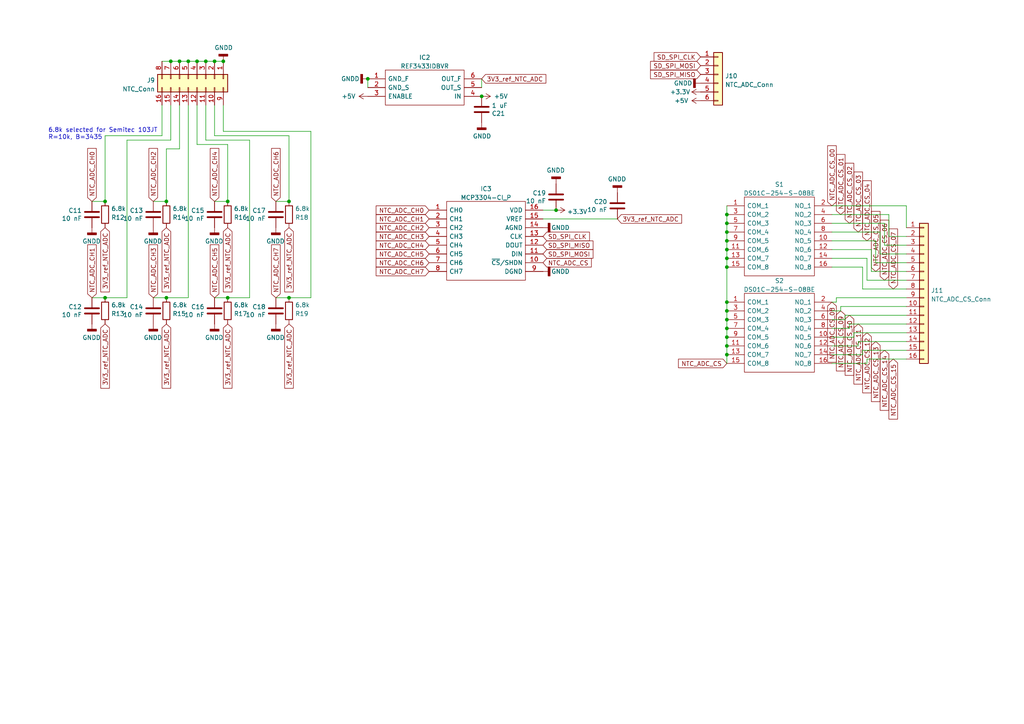
<source format=kicad_sch>
(kicad_sch (version 20211123) (generator eeschema)

  (uuid b61b49fd-5aed-4864-989b-f14d89524edc)

  (paper "A4")

  (lib_symbols
    (symbol "Connector_Generic:Conn_01x06" (pin_names (offset 1.016) hide) (in_bom yes) (on_board yes)
      (property "Reference" "J" (id 0) (at 0 7.62 0)
        (effects (font (size 1.27 1.27)))
      )
      (property "Value" "Conn_01x06" (id 1) (at 0 -10.16 0)
        (effects (font (size 1.27 1.27)))
      )
      (property "Footprint" "" (id 2) (at 0 0 0)
        (effects (font (size 1.27 1.27)) hide)
      )
      (property "Datasheet" "~" (id 3) (at 0 0 0)
        (effects (font (size 1.27 1.27)) hide)
      )
      (property "ki_keywords" "connector" (id 4) (at 0 0 0)
        (effects (font (size 1.27 1.27)) hide)
      )
      (property "ki_description" "Generic connector, single row, 01x06, script generated (kicad-library-utils/schlib/autogen/connector/)" (id 5) (at 0 0 0)
        (effects (font (size 1.27 1.27)) hide)
      )
      (property "ki_fp_filters" "Connector*:*_1x??_*" (id 6) (at 0 0 0)
        (effects (font (size 1.27 1.27)) hide)
      )
      (symbol "Conn_01x06_1_1"
        (rectangle (start -1.27 -7.493) (end 0 -7.747)
          (stroke (width 0.1524) (type default) (color 0 0 0 0))
          (fill (type none))
        )
        (rectangle (start -1.27 -4.953) (end 0 -5.207)
          (stroke (width 0.1524) (type default) (color 0 0 0 0))
          (fill (type none))
        )
        (rectangle (start -1.27 -2.413) (end 0 -2.667)
          (stroke (width 0.1524) (type default) (color 0 0 0 0))
          (fill (type none))
        )
        (rectangle (start -1.27 0.127) (end 0 -0.127)
          (stroke (width 0.1524) (type default) (color 0 0 0 0))
          (fill (type none))
        )
        (rectangle (start -1.27 2.667) (end 0 2.413)
          (stroke (width 0.1524) (type default) (color 0 0 0 0))
          (fill (type none))
        )
        (rectangle (start -1.27 5.207) (end 0 4.953)
          (stroke (width 0.1524) (type default) (color 0 0 0 0))
          (fill (type none))
        )
        (rectangle (start -1.27 6.35) (end 1.27 -8.89)
          (stroke (width 0.254) (type default) (color 0 0 0 0))
          (fill (type background))
        )
        (pin passive line (at -5.08 5.08 0) (length 3.81)
          (name "Pin_1" (effects (font (size 1.27 1.27))))
          (number "1" (effects (font (size 1.27 1.27))))
        )
        (pin passive line (at -5.08 2.54 0) (length 3.81)
          (name "Pin_2" (effects (font (size 1.27 1.27))))
          (number "2" (effects (font (size 1.27 1.27))))
        )
        (pin passive line (at -5.08 0 0) (length 3.81)
          (name "Pin_3" (effects (font (size 1.27 1.27))))
          (number "3" (effects (font (size 1.27 1.27))))
        )
        (pin passive line (at -5.08 -2.54 0) (length 3.81)
          (name "Pin_4" (effects (font (size 1.27 1.27))))
          (number "4" (effects (font (size 1.27 1.27))))
        )
        (pin passive line (at -5.08 -5.08 0) (length 3.81)
          (name "Pin_5" (effects (font (size 1.27 1.27))))
          (number "5" (effects (font (size 1.27 1.27))))
        )
        (pin passive line (at -5.08 -7.62 0) (length 3.81)
          (name "Pin_6" (effects (font (size 1.27 1.27))))
          (number "6" (effects (font (size 1.27 1.27))))
        )
      )
    )
    (symbol "Connector_Generic:Conn_01x16" (pin_names (offset 1.016) hide) (in_bom yes) (on_board yes)
      (property "Reference" "J" (id 0) (at 0 20.32 0)
        (effects (font (size 1.27 1.27)))
      )
      (property "Value" "Conn_01x16" (id 1) (at 0 -22.86 0)
        (effects (font (size 1.27 1.27)))
      )
      (property "Footprint" "" (id 2) (at 0 0 0)
        (effects (font (size 1.27 1.27)) hide)
      )
      (property "Datasheet" "~" (id 3) (at 0 0 0)
        (effects (font (size 1.27 1.27)) hide)
      )
      (property "ki_keywords" "connector" (id 4) (at 0 0 0)
        (effects (font (size 1.27 1.27)) hide)
      )
      (property "ki_description" "Generic connector, single row, 01x16, script generated (kicad-library-utils/schlib/autogen/connector/)" (id 5) (at 0 0 0)
        (effects (font (size 1.27 1.27)) hide)
      )
      (property "ki_fp_filters" "Connector*:*_1x??_*" (id 6) (at 0 0 0)
        (effects (font (size 1.27 1.27)) hide)
      )
      (symbol "Conn_01x16_1_1"
        (rectangle (start -1.27 -20.193) (end 0 -20.447)
          (stroke (width 0.1524) (type default) (color 0 0 0 0))
          (fill (type none))
        )
        (rectangle (start -1.27 -17.653) (end 0 -17.907)
          (stroke (width 0.1524) (type default) (color 0 0 0 0))
          (fill (type none))
        )
        (rectangle (start -1.27 -15.113) (end 0 -15.367)
          (stroke (width 0.1524) (type default) (color 0 0 0 0))
          (fill (type none))
        )
        (rectangle (start -1.27 -12.573) (end 0 -12.827)
          (stroke (width 0.1524) (type default) (color 0 0 0 0))
          (fill (type none))
        )
        (rectangle (start -1.27 -10.033) (end 0 -10.287)
          (stroke (width 0.1524) (type default) (color 0 0 0 0))
          (fill (type none))
        )
        (rectangle (start -1.27 -7.493) (end 0 -7.747)
          (stroke (width 0.1524) (type default) (color 0 0 0 0))
          (fill (type none))
        )
        (rectangle (start -1.27 -4.953) (end 0 -5.207)
          (stroke (width 0.1524) (type default) (color 0 0 0 0))
          (fill (type none))
        )
        (rectangle (start -1.27 -2.413) (end 0 -2.667)
          (stroke (width 0.1524) (type default) (color 0 0 0 0))
          (fill (type none))
        )
        (rectangle (start -1.27 0.127) (end 0 -0.127)
          (stroke (width 0.1524) (type default) (color 0 0 0 0))
          (fill (type none))
        )
        (rectangle (start -1.27 2.667) (end 0 2.413)
          (stroke (width 0.1524) (type default) (color 0 0 0 0))
          (fill (type none))
        )
        (rectangle (start -1.27 5.207) (end 0 4.953)
          (stroke (width 0.1524) (type default) (color 0 0 0 0))
          (fill (type none))
        )
        (rectangle (start -1.27 7.747) (end 0 7.493)
          (stroke (width 0.1524) (type default) (color 0 0 0 0))
          (fill (type none))
        )
        (rectangle (start -1.27 10.287) (end 0 10.033)
          (stroke (width 0.1524) (type default) (color 0 0 0 0))
          (fill (type none))
        )
        (rectangle (start -1.27 12.827) (end 0 12.573)
          (stroke (width 0.1524) (type default) (color 0 0 0 0))
          (fill (type none))
        )
        (rectangle (start -1.27 15.367) (end 0 15.113)
          (stroke (width 0.1524) (type default) (color 0 0 0 0))
          (fill (type none))
        )
        (rectangle (start -1.27 17.907) (end 0 17.653)
          (stroke (width 0.1524) (type default) (color 0 0 0 0))
          (fill (type none))
        )
        (rectangle (start -1.27 19.05) (end 1.27 -21.59)
          (stroke (width 0.254) (type default) (color 0 0 0 0))
          (fill (type background))
        )
        (pin passive line (at -5.08 17.78 0) (length 3.81)
          (name "Pin_1" (effects (font (size 1.27 1.27))))
          (number "1" (effects (font (size 1.27 1.27))))
        )
        (pin passive line (at -5.08 -5.08 0) (length 3.81)
          (name "Pin_10" (effects (font (size 1.27 1.27))))
          (number "10" (effects (font (size 1.27 1.27))))
        )
        (pin passive line (at -5.08 -7.62 0) (length 3.81)
          (name "Pin_11" (effects (font (size 1.27 1.27))))
          (number "11" (effects (font (size 1.27 1.27))))
        )
        (pin passive line (at -5.08 -10.16 0) (length 3.81)
          (name "Pin_12" (effects (font (size 1.27 1.27))))
          (number "12" (effects (font (size 1.27 1.27))))
        )
        (pin passive line (at -5.08 -12.7 0) (length 3.81)
          (name "Pin_13" (effects (font (size 1.27 1.27))))
          (number "13" (effects (font (size 1.27 1.27))))
        )
        (pin passive line (at -5.08 -15.24 0) (length 3.81)
          (name "Pin_14" (effects (font (size 1.27 1.27))))
          (number "14" (effects (font (size 1.27 1.27))))
        )
        (pin passive line (at -5.08 -17.78 0) (length 3.81)
          (name "Pin_15" (effects (font (size 1.27 1.27))))
          (number "15" (effects (font (size 1.27 1.27))))
        )
        (pin passive line (at -5.08 -20.32 0) (length 3.81)
          (name "Pin_16" (effects (font (size 1.27 1.27))))
          (number "16" (effects (font (size 1.27 1.27))))
        )
        (pin passive line (at -5.08 15.24 0) (length 3.81)
          (name "Pin_2" (effects (font (size 1.27 1.27))))
          (number "2" (effects (font (size 1.27 1.27))))
        )
        (pin passive line (at -5.08 12.7 0) (length 3.81)
          (name "Pin_3" (effects (font (size 1.27 1.27))))
          (number "3" (effects (font (size 1.27 1.27))))
        )
        (pin passive line (at -5.08 10.16 0) (length 3.81)
          (name "Pin_4" (effects (font (size 1.27 1.27))))
          (number "4" (effects (font (size 1.27 1.27))))
        )
        (pin passive line (at -5.08 7.62 0) (length 3.81)
          (name "Pin_5" (effects (font (size 1.27 1.27))))
          (number "5" (effects (font (size 1.27 1.27))))
        )
        (pin passive line (at -5.08 5.08 0) (length 3.81)
          (name "Pin_6" (effects (font (size 1.27 1.27))))
          (number "6" (effects (font (size 1.27 1.27))))
        )
        (pin passive line (at -5.08 2.54 0) (length 3.81)
          (name "Pin_7" (effects (font (size 1.27 1.27))))
          (number "7" (effects (font (size 1.27 1.27))))
        )
        (pin passive line (at -5.08 0 0) (length 3.81)
          (name "Pin_8" (effects (font (size 1.27 1.27))))
          (number "8" (effects (font (size 1.27 1.27))))
        )
        (pin passive line (at -5.08 -2.54 0) (length 3.81)
          (name "Pin_9" (effects (font (size 1.27 1.27))))
          (number "9" (effects (font (size 1.27 1.27))))
        )
      )
    )
    (symbol "Connector_Generic:Conn_02x08_Top_Bottom" (pin_names (offset 1.016) hide) (in_bom yes) (on_board yes)
      (property "Reference" "J" (id 0) (at 1.27 10.16 0)
        (effects (font (size 1.27 1.27)))
      )
      (property "Value" "Conn_02x08_Top_Bottom" (id 1) (at 1.27 -12.7 0)
        (effects (font (size 1.27 1.27)))
      )
      (property "Footprint" "" (id 2) (at 0 0 0)
        (effects (font (size 1.27 1.27)) hide)
      )
      (property "Datasheet" "~" (id 3) (at 0 0 0)
        (effects (font (size 1.27 1.27)) hide)
      )
      (property "ki_keywords" "connector" (id 4) (at 0 0 0)
        (effects (font (size 1.27 1.27)) hide)
      )
      (property "ki_description" "Generic connector, double row, 02x08, top/bottom pin numbering scheme (row 1: 1...pins_per_row, row2: pins_per_row+1 ... num_pins), script generated (kicad-library-utils/schlib/autogen/connector/)" (id 5) (at 0 0 0)
        (effects (font (size 1.27 1.27)) hide)
      )
      (property "ki_fp_filters" "Connector*:*_2x??_*" (id 6) (at 0 0 0)
        (effects (font (size 1.27 1.27)) hide)
      )
      (symbol "Conn_02x08_Top_Bottom_1_1"
        (rectangle (start -1.27 -10.033) (end 0 -10.287)
          (stroke (width 0.1524) (type default) (color 0 0 0 0))
          (fill (type none))
        )
        (rectangle (start -1.27 -7.493) (end 0 -7.747)
          (stroke (width 0.1524) (type default) (color 0 0 0 0))
          (fill (type none))
        )
        (rectangle (start -1.27 -4.953) (end 0 -5.207)
          (stroke (width 0.1524) (type default) (color 0 0 0 0))
          (fill (type none))
        )
        (rectangle (start -1.27 -2.413) (end 0 -2.667)
          (stroke (width 0.1524) (type default) (color 0 0 0 0))
          (fill (type none))
        )
        (rectangle (start -1.27 0.127) (end 0 -0.127)
          (stroke (width 0.1524) (type default) (color 0 0 0 0))
          (fill (type none))
        )
        (rectangle (start -1.27 2.667) (end 0 2.413)
          (stroke (width 0.1524) (type default) (color 0 0 0 0))
          (fill (type none))
        )
        (rectangle (start -1.27 5.207) (end 0 4.953)
          (stroke (width 0.1524) (type default) (color 0 0 0 0))
          (fill (type none))
        )
        (rectangle (start -1.27 7.747) (end 0 7.493)
          (stroke (width 0.1524) (type default) (color 0 0 0 0))
          (fill (type none))
        )
        (rectangle (start -1.27 8.89) (end 3.81 -11.43)
          (stroke (width 0.254) (type default) (color 0 0 0 0))
          (fill (type background))
        )
        (rectangle (start 3.81 -10.033) (end 2.54 -10.287)
          (stroke (width 0.1524) (type default) (color 0 0 0 0))
          (fill (type none))
        )
        (rectangle (start 3.81 -7.493) (end 2.54 -7.747)
          (stroke (width 0.1524) (type default) (color 0 0 0 0))
          (fill (type none))
        )
        (rectangle (start 3.81 -4.953) (end 2.54 -5.207)
          (stroke (width 0.1524) (type default) (color 0 0 0 0))
          (fill (type none))
        )
        (rectangle (start 3.81 -2.413) (end 2.54 -2.667)
          (stroke (width 0.1524) (type default) (color 0 0 0 0))
          (fill (type none))
        )
        (rectangle (start 3.81 0.127) (end 2.54 -0.127)
          (stroke (width 0.1524) (type default) (color 0 0 0 0))
          (fill (type none))
        )
        (rectangle (start 3.81 2.667) (end 2.54 2.413)
          (stroke (width 0.1524) (type default) (color 0 0 0 0))
          (fill (type none))
        )
        (rectangle (start 3.81 5.207) (end 2.54 4.953)
          (stroke (width 0.1524) (type default) (color 0 0 0 0))
          (fill (type none))
        )
        (rectangle (start 3.81 7.747) (end 2.54 7.493)
          (stroke (width 0.1524) (type default) (color 0 0 0 0))
          (fill (type none))
        )
        (pin passive line (at -5.08 7.62 0) (length 3.81)
          (name "Pin_1" (effects (font (size 1.27 1.27))))
          (number "1" (effects (font (size 1.27 1.27))))
        )
        (pin passive line (at 7.62 5.08 180) (length 3.81)
          (name "Pin_10" (effects (font (size 1.27 1.27))))
          (number "10" (effects (font (size 1.27 1.27))))
        )
        (pin passive line (at 7.62 2.54 180) (length 3.81)
          (name "Pin_11" (effects (font (size 1.27 1.27))))
          (number "11" (effects (font (size 1.27 1.27))))
        )
        (pin passive line (at 7.62 0 180) (length 3.81)
          (name "Pin_12" (effects (font (size 1.27 1.27))))
          (number "12" (effects (font (size 1.27 1.27))))
        )
        (pin passive line (at 7.62 -2.54 180) (length 3.81)
          (name "Pin_13" (effects (font (size 1.27 1.27))))
          (number "13" (effects (font (size 1.27 1.27))))
        )
        (pin passive line (at 7.62 -5.08 180) (length 3.81)
          (name "Pin_14" (effects (font (size 1.27 1.27))))
          (number "14" (effects (font (size 1.27 1.27))))
        )
        (pin passive line (at 7.62 -7.62 180) (length 3.81)
          (name "Pin_15" (effects (font (size 1.27 1.27))))
          (number "15" (effects (font (size 1.27 1.27))))
        )
        (pin passive line (at 7.62 -10.16 180) (length 3.81)
          (name "Pin_16" (effects (font (size 1.27 1.27))))
          (number "16" (effects (font (size 1.27 1.27))))
        )
        (pin passive line (at -5.08 5.08 0) (length 3.81)
          (name "Pin_2" (effects (font (size 1.27 1.27))))
          (number "2" (effects (font (size 1.27 1.27))))
        )
        (pin passive line (at -5.08 2.54 0) (length 3.81)
          (name "Pin_3" (effects (font (size 1.27 1.27))))
          (number "3" (effects (font (size 1.27 1.27))))
        )
        (pin passive line (at -5.08 0 0) (length 3.81)
          (name "Pin_4" (effects (font (size 1.27 1.27))))
          (number "4" (effects (font (size 1.27 1.27))))
        )
        (pin passive line (at -5.08 -2.54 0) (length 3.81)
          (name "Pin_5" (effects (font (size 1.27 1.27))))
          (number "5" (effects (font (size 1.27 1.27))))
        )
        (pin passive line (at -5.08 -5.08 0) (length 3.81)
          (name "Pin_6" (effects (font (size 1.27 1.27))))
          (number "6" (effects (font (size 1.27 1.27))))
        )
        (pin passive line (at -5.08 -7.62 0) (length 3.81)
          (name "Pin_7" (effects (font (size 1.27 1.27))))
          (number "7" (effects (font (size 1.27 1.27))))
        )
        (pin passive line (at -5.08 -10.16 0) (length 3.81)
          (name "Pin_8" (effects (font (size 1.27 1.27))))
          (number "8" (effects (font (size 1.27 1.27))))
        )
        (pin passive line (at 7.62 7.62 180) (length 3.81)
          (name "Pin_9" (effects (font (size 1.27 1.27))))
          (number "9" (effects (font (size 1.27 1.27))))
        )
      )
    )
    (symbol "Device:C" (pin_numbers hide) (pin_names (offset 0.254)) (in_bom yes) (on_board yes)
      (property "Reference" "C" (id 0) (at 0.635 2.54 0)
        (effects (font (size 1.27 1.27)) (justify left))
      )
      (property "Value" "C" (id 1) (at 0.635 -2.54 0)
        (effects (font (size 1.27 1.27)) (justify left))
      )
      (property "Footprint" "" (id 2) (at 0.9652 -3.81 0)
        (effects (font (size 1.27 1.27)) hide)
      )
      (property "Datasheet" "~" (id 3) (at 0 0 0)
        (effects (font (size 1.27 1.27)) hide)
      )
      (property "ki_keywords" "cap capacitor" (id 4) (at 0 0 0)
        (effects (font (size 1.27 1.27)) hide)
      )
      (property "ki_description" "Unpolarized capacitor" (id 5) (at 0 0 0)
        (effects (font (size 1.27 1.27)) hide)
      )
      (property "ki_fp_filters" "C_*" (id 6) (at 0 0 0)
        (effects (font (size 1.27 1.27)) hide)
      )
      (symbol "C_0_1"
        (polyline
          (pts
            (xy -2.032 -0.762)
            (xy 2.032 -0.762)
          )
          (stroke (width 0.508) (type default) (color 0 0 0 0))
          (fill (type none))
        )
        (polyline
          (pts
            (xy -2.032 0.762)
            (xy 2.032 0.762)
          )
          (stroke (width 0.508) (type default) (color 0 0 0 0))
          (fill (type none))
        )
      )
      (symbol "C_1_1"
        (pin passive line (at 0 3.81 270) (length 2.794)
          (name "~" (effects (font (size 1.27 1.27))))
          (number "1" (effects (font (size 1.27 1.27))))
        )
        (pin passive line (at 0 -3.81 90) (length 2.794)
          (name "~" (effects (font (size 1.27 1.27))))
          (number "2" (effects (font (size 1.27 1.27))))
        )
      )
    )
    (symbol "Device:R" (pin_numbers hide) (pin_names (offset 0)) (in_bom yes) (on_board yes)
      (property "Reference" "R" (id 0) (at 2.032 0 90)
        (effects (font (size 1.27 1.27)))
      )
      (property "Value" "R" (id 1) (at 0 0 90)
        (effects (font (size 1.27 1.27)))
      )
      (property "Footprint" "" (id 2) (at -1.778 0 90)
        (effects (font (size 1.27 1.27)) hide)
      )
      (property "Datasheet" "~" (id 3) (at 0 0 0)
        (effects (font (size 1.27 1.27)) hide)
      )
      (property "ki_keywords" "R res resistor" (id 4) (at 0 0 0)
        (effects (font (size 1.27 1.27)) hide)
      )
      (property "ki_description" "Resistor" (id 5) (at 0 0 0)
        (effects (font (size 1.27 1.27)) hide)
      )
      (property "ki_fp_filters" "R_*" (id 6) (at 0 0 0)
        (effects (font (size 1.27 1.27)) hide)
      )
      (symbol "R_0_1"
        (rectangle (start -1.016 -2.54) (end 1.016 2.54)
          (stroke (width 0.254) (type default) (color 0 0 0 0))
          (fill (type none))
        )
      )
      (symbol "R_1_1"
        (pin passive line (at 0 3.81 270) (length 1.27)
          (name "~" (effects (font (size 1.27 1.27))))
          (number "1" (effects (font (size 1.27 1.27))))
        )
        (pin passive line (at 0 -3.81 90) (length 1.27)
          (name "~" (effects (font (size 1.27 1.27))))
          (number "2" (effects (font (size 1.27 1.27))))
        )
      )
    )
    (symbol "SamacSys_Parts:DS01C-254-S-08BE" (pin_names (offset 0.762)) (in_bom yes) (on_board yes)
      (property "Reference" "S" (id 0) (at 26.67 7.62 0)
        (effects (font (size 1.27 1.27)) (justify left))
      )
      (property "Value" "DS01C-254-S-08BE" (id 1) (at 26.67 5.08 0)
        (effects (font (size 1.27 1.27)) (justify left))
      )
      (property "Footprint" "DS01C254S08BE" (id 2) (at 26.67 2.54 0)
        (effects (font (size 1.27 1.27)) (justify left) hide)
      )
      (property "Datasheet" "" (id 3) (at 26.67 0 0)
        (effects (font (size 1.27 1.27)) (justify left) hide)
      )
      (property "Description" "DIP Switches / SIP Switches DIP Switch, SPST, 2.54 pitch, raised actuator, covex bottom, Short pin, 8 position, Blue" (id 4) (at 26.67 -2.54 0)
        (effects (font (size 1.27 1.27)) (justify left) hide)
      )
      (property "Height" "7" (id 5) (at 26.67 -5.08 0)
        (effects (font (size 1.27 1.27)) (justify left) hide)
      )
      (property "Mouser Part Number" "490-DS01C-254-S-08BE" (id 6) (at 26.67 -7.62 0)
        (effects (font (size 1.27 1.27)) (justify left) hide)
      )
      (property "Mouser Price/Stock" "https://www.mouser.co.uk/ProductDetail/CUI-Devices/DS01C-254-S-08BE?qs=wnTfsH77Xs7cSHDxhLRJbA%3D%3D" (id 7) (at 26.67 -10.16 0)
        (effects (font (size 1.27 1.27)) (justify left) hide)
      )
      (property "Manufacturer_Name" "CUI Devices" (id 8) (at 26.67 -12.7 0)
        (effects (font (size 1.27 1.27)) (justify left) hide)
      )
      (property "Manufacturer_Part_Number" "DS01C-254-S-08BE" (id 9) (at 26.67 -15.24 0)
        (effects (font (size 1.27 1.27)) (justify left) hide)
      )
      (symbol "DS01C-254-S-08BE_0_0"
        (pin passive line (at 0 0 0) (length 5.08)
          (name "COM_1" (effects (font (size 1.27 1.27))))
          (number "1" (effects (font (size 1.27 1.27))))
        )
        (pin passive line (at 30.48 -10.16 180) (length 5.08)
          (name "NO_5" (effects (font (size 1.27 1.27))))
          (number "10" (effects (font (size 1.27 1.27))))
        )
        (pin passive line (at 0 -12.7 0) (length 5.08)
          (name "COM_6" (effects (font (size 1.27 1.27))))
          (number "11" (effects (font (size 1.27 1.27))))
        )
        (pin passive line (at 30.48 -12.7 180) (length 5.08)
          (name "NO_6" (effects (font (size 1.27 1.27))))
          (number "12" (effects (font (size 1.27 1.27))))
        )
        (pin passive line (at 0 -15.24 0) (length 5.08)
          (name "COM_7" (effects (font (size 1.27 1.27))))
          (number "13" (effects (font (size 1.27 1.27))))
        )
        (pin passive line (at 30.48 -15.24 180) (length 5.08)
          (name "NO_7" (effects (font (size 1.27 1.27))))
          (number "14" (effects (font (size 1.27 1.27))))
        )
        (pin passive line (at 0 -17.78 0) (length 5.08)
          (name "COM_8" (effects (font (size 1.27 1.27))))
          (number "15" (effects (font (size 1.27 1.27))))
        )
        (pin passive line (at 30.48 -17.78 180) (length 5.08)
          (name "NO_8" (effects (font (size 1.27 1.27))))
          (number "16" (effects (font (size 1.27 1.27))))
        )
        (pin passive line (at 30.48 0 180) (length 5.08)
          (name "NO_1" (effects (font (size 1.27 1.27))))
          (number "2" (effects (font (size 1.27 1.27))))
        )
        (pin passive line (at 0 -2.54 0) (length 5.08)
          (name "COM_2" (effects (font (size 1.27 1.27))))
          (number "3" (effects (font (size 1.27 1.27))))
        )
        (pin passive line (at 30.48 -2.54 180) (length 5.08)
          (name "NO_2" (effects (font (size 1.27 1.27))))
          (number "4" (effects (font (size 1.27 1.27))))
        )
        (pin passive line (at 0 -5.08 0) (length 5.08)
          (name "COM_3" (effects (font (size 1.27 1.27))))
          (number "5" (effects (font (size 1.27 1.27))))
        )
        (pin passive line (at 30.48 -5.08 180) (length 5.08)
          (name "NO_3" (effects (font (size 1.27 1.27))))
          (number "6" (effects (font (size 1.27 1.27))))
        )
        (pin passive line (at 0 -7.62 0) (length 5.08)
          (name "COM_4" (effects (font (size 1.27 1.27))))
          (number "7" (effects (font (size 1.27 1.27))))
        )
        (pin passive line (at 30.48 -7.62 180) (length 5.08)
          (name "NO_4" (effects (font (size 1.27 1.27))))
          (number "8" (effects (font (size 1.27 1.27))))
        )
        (pin passive line (at 0 -10.16 0) (length 5.08)
          (name "COM_5" (effects (font (size 1.27 1.27))))
          (number "9" (effects (font (size 1.27 1.27))))
        )
      )
      (symbol "DS01C-254-S-08BE_0_1"
        (polyline
          (pts
            (xy 5.08 2.54)
            (xy 25.4 2.54)
            (xy 25.4 -20.32)
            (xy 5.08 -20.32)
            (xy 5.08 2.54)
          )
          (stroke (width 0.1524) (type default) (color 0 0 0 0))
          (fill (type none))
        )
      )
    )
    (symbol "SamacSys_Parts:MCP3304-CI_P" (pin_names (offset 0.762)) (in_bom yes) (on_board yes)
      (property "Reference" "IC" (id 0) (at 29.21 7.62 0)
        (effects (font (size 1.27 1.27)) (justify left))
      )
      (property "Value" "MCP3304-CI_P" (id 1) (at 29.21 5.08 0)
        (effects (font (size 1.27 1.27)) (justify left))
      )
      (property "Footprint" "DIP781W56P254L1918H533Q16N" (id 2) (at 29.21 2.54 0)
        (effects (font (size 1.27 1.27)) (justify left) hide)
      )
      (property "Datasheet" "" (id 3) (at 29.21 0 0)
        (effects (font (size 1.27 1.27)) (justify left) hide)
      )
      (property "Description" "Microchip MCP3304-CI/P, 13 bit Serial ADC, Differential Input, 16-Pin PDIP" (id 4) (at 29.21 -2.54 0)
        (effects (font (size 1.27 1.27)) (justify left) hide)
      )
      (property "Height" "5.334" (id 5) (at 29.21 -5.08 0)
        (effects (font (size 1.27 1.27)) (justify left) hide)
      )
      (property "Mouser Part Number" "579-MCP3304-CI/P" (id 6) (at 29.21 -7.62 0)
        (effects (font (size 1.27 1.27)) (justify left) hide)
      )
      (property "Mouser Price/Stock" "https://www.mouser.co.uk/ProductDetail/Microchip-Technology/MCP3304-CI-P?qs=2HbNQnvoB68T7LZcGwqiOg%3D%3D" (id 7) (at 29.21 -10.16 0)
        (effects (font (size 1.27 1.27)) (justify left) hide)
      )
      (property "Manufacturer_Name" "Microchip" (id 8) (at 29.21 -12.7 0)
        (effects (font (size 1.27 1.27)) (justify left) hide)
      )
      (property "Manufacturer_Part_Number" "MCP3304-CI/P" (id 9) (at 29.21 -15.24 0)
        (effects (font (size 1.27 1.27)) (justify left) hide)
      )
      (symbol "MCP3304-CI_P_0_0"
        (pin passive line (at 0 0 0) (length 5.08)
          (name "CH0" (effects (font (size 1.27 1.27))))
          (number "1" (effects (font (size 1.27 1.27))))
        )
        (pin passive line (at 33.02 -15.24 180) (length 5.08)
          (name "~{CS}/SHDN" (effects (font (size 1.27 1.27))))
          (number "10" (effects (font (size 1.27 1.27))))
        )
        (pin passive line (at 33.02 -12.7 180) (length 5.08)
          (name "DIN" (effects (font (size 1.27 1.27))))
          (number "11" (effects (font (size 1.27 1.27))))
        )
        (pin passive line (at 33.02 -10.16 180) (length 5.08)
          (name "DOUT" (effects (font (size 1.27 1.27))))
          (number "12" (effects (font (size 1.27 1.27))))
        )
        (pin passive line (at 33.02 -7.62 180) (length 5.08)
          (name "CLK" (effects (font (size 1.27 1.27))))
          (number "13" (effects (font (size 1.27 1.27))))
        )
        (pin passive line (at 33.02 -5.08 180) (length 5.08)
          (name "AGND" (effects (font (size 1.27 1.27))))
          (number "14" (effects (font (size 1.27 1.27))))
        )
        (pin passive line (at 33.02 -2.54 180) (length 5.08)
          (name "VREF" (effects (font (size 1.27 1.27))))
          (number "15" (effects (font (size 1.27 1.27))))
        )
        (pin passive line (at 33.02 0 180) (length 5.08)
          (name "VDD" (effects (font (size 1.27 1.27))))
          (number "16" (effects (font (size 1.27 1.27))))
        )
        (pin passive line (at 0 -2.54 0) (length 5.08)
          (name "CH1" (effects (font (size 1.27 1.27))))
          (number "2" (effects (font (size 1.27 1.27))))
        )
        (pin passive line (at 0 -5.08 0) (length 5.08)
          (name "CH2" (effects (font (size 1.27 1.27))))
          (number "3" (effects (font (size 1.27 1.27))))
        )
        (pin passive line (at 0 -7.62 0) (length 5.08)
          (name "CH3" (effects (font (size 1.27 1.27))))
          (number "4" (effects (font (size 1.27 1.27))))
        )
        (pin passive line (at 0 -10.16 0) (length 5.08)
          (name "CH4" (effects (font (size 1.27 1.27))))
          (number "5" (effects (font (size 1.27 1.27))))
        )
        (pin passive line (at 0 -12.7 0) (length 5.08)
          (name "CH5" (effects (font (size 1.27 1.27))))
          (number "6" (effects (font (size 1.27 1.27))))
        )
        (pin passive line (at 0 -15.24 0) (length 5.08)
          (name "CH6" (effects (font (size 1.27 1.27))))
          (number "7" (effects (font (size 1.27 1.27))))
        )
        (pin passive line (at 0 -17.78 0) (length 5.08)
          (name "CH7" (effects (font (size 1.27 1.27))))
          (number "8" (effects (font (size 1.27 1.27))))
        )
        (pin passive line (at 33.02 -17.78 180) (length 5.08)
          (name "DGND" (effects (font (size 1.27 1.27))))
          (number "9" (effects (font (size 1.27 1.27))))
        )
      )
      (symbol "MCP3304-CI_P_0_1"
        (polyline
          (pts
            (xy 5.08 2.54)
            (xy 27.94 2.54)
            (xy 27.94 -20.32)
            (xy 5.08 -20.32)
            (xy 5.08 2.54)
          )
          (stroke (width 0.1524) (type default) (color 0 0 0 0))
          (fill (type none))
        )
      )
    )
    (symbol "SamacSys_Parts:REF3433IDBVR" (pin_names (offset 0.762)) (in_bom yes) (on_board yes)
      (property "Reference" "IC" (id 0) (at 29.21 7.62 0)
        (effects (font (size 1.27 1.27)) (justify left))
      )
      (property "Value" "REF3433IDBVR" (id 1) (at 29.21 5.08 0)
        (effects (font (size 1.27 1.27)) (justify left))
      )
      (property "Footprint" "SOT95P280X145-6N" (id 2) (at 29.21 2.54 0)
        (effects (font (size 1.27 1.27)) (justify left) hide)
      )
      (property "Datasheet" "http://www.ti.com/lit/ds/symlink/ref3433.pdf" (id 3) (at 29.21 0 0)
        (effects (font (size 1.27 1.27)) (justify left) hide)
      )
      (property "Description" "3.3V Low-Drift Low-Power Small-Footprint Series Voltage Reference" (id 4) (at 29.21 -2.54 0)
        (effects (font (size 1.27 1.27)) (justify left) hide)
      )
      (property "Height" "1.45" (id 5) (at 29.21 -5.08 0)
        (effects (font (size 1.27 1.27)) (justify left) hide)
      )
      (property "Mouser Part Number" "595-REF3433IDBVR" (id 6) (at 29.21 -7.62 0)
        (effects (font (size 1.27 1.27)) (justify left) hide)
      )
      (property "Mouser Price/Stock" "https://www.mouser.co.uk/ProductDetail/Texas-Instruments/REF3433IDBVR?qs=W0yvOO0ixfGBJPqcMgjPbw%3D%3D" (id 7) (at 29.21 -10.16 0)
        (effects (font (size 1.27 1.27)) (justify left) hide)
      )
      (property "Manufacturer_Name" "Texas Instruments" (id 8) (at 29.21 -12.7 0)
        (effects (font (size 1.27 1.27)) (justify left) hide)
      )
      (property "Manufacturer_Part_Number" "REF3433IDBVR" (id 9) (at 29.21 -15.24 0)
        (effects (font (size 1.27 1.27)) (justify left) hide)
      )
      (symbol "REF3433IDBVR_0_0"
        (pin power_in line (at 0 0 0) (length 5.08)
          (name "GND_F" (effects (font (size 1.27 1.27))))
          (number "1" (effects (font (size 1.27 1.27))))
        )
        (pin power_in line (at 0 -2.54 0) (length 5.08)
          (name "GND_S" (effects (font (size 1.27 1.27))))
          (number "2" (effects (font (size 1.27 1.27))))
        )
        (pin input line (at 0 -5.08 0) (length 5.08)
          (name "ENABLE" (effects (font (size 1.27 1.27))))
          (number "3" (effects (font (size 1.27 1.27))))
        )
        (pin power_in line (at 33.02 -5.08 180) (length 5.08)
          (name "IN" (effects (font (size 1.27 1.27))))
          (number "4" (effects (font (size 1.27 1.27))))
        )
        (pin output line (at 33.02 -2.54 180) (length 5.08)
          (name "OUT_S" (effects (font (size 1.27 1.27))))
          (number "5" (effects (font (size 1.27 1.27))))
        )
        (pin output line (at 33.02 0 180) (length 5.08)
          (name "OUT_F" (effects (font (size 1.27 1.27))))
          (number "6" (effects (font (size 1.27 1.27))))
        )
      )
      (symbol "REF3433IDBVR_0_1"
        (polyline
          (pts
            (xy 5.08 2.54)
            (xy 27.94 2.54)
            (xy 27.94 -7.62)
            (xy 5.08 -7.62)
            (xy 5.08 2.54)
          )
          (stroke (width 0.1524) (type default) (color 0 0 0 0))
          (fill (type none))
        )
      )
    )
    (symbol "power:+3.3V" (power) (pin_names (offset 0)) (in_bom yes) (on_board yes)
      (property "Reference" "#PWR" (id 0) (at 0 -3.81 0)
        (effects (font (size 1.27 1.27)) hide)
      )
      (property "Value" "+3.3V" (id 1) (at 0 3.556 0)
        (effects (font (size 1.27 1.27)))
      )
      (property "Footprint" "" (id 2) (at 0 0 0)
        (effects (font (size 1.27 1.27)) hide)
      )
      (property "Datasheet" "" (id 3) (at 0 0 0)
        (effects (font (size 1.27 1.27)) hide)
      )
      (property "ki_keywords" "power-flag" (id 4) (at 0 0 0)
        (effects (font (size 1.27 1.27)) hide)
      )
      (property "ki_description" "Power symbol creates a global label with name \"+3.3V\"" (id 5) (at 0 0 0)
        (effects (font (size 1.27 1.27)) hide)
      )
      (symbol "+3.3V_0_1"
        (polyline
          (pts
            (xy -0.762 1.27)
            (xy 0 2.54)
          )
          (stroke (width 0) (type default) (color 0 0 0 0))
          (fill (type none))
        )
        (polyline
          (pts
            (xy 0 0)
            (xy 0 2.54)
          )
          (stroke (width 0) (type default) (color 0 0 0 0))
          (fill (type none))
        )
        (polyline
          (pts
            (xy 0 2.54)
            (xy 0.762 1.27)
          )
          (stroke (width 0) (type default) (color 0 0 0 0))
          (fill (type none))
        )
      )
      (symbol "+3.3V_1_1"
        (pin power_in line (at 0 0 90) (length 0) hide
          (name "+3.3V" (effects (font (size 1.27 1.27))))
          (number "1" (effects (font (size 1.27 1.27))))
        )
      )
    )
    (symbol "power:+5V" (power) (pin_names (offset 0)) (in_bom yes) (on_board yes)
      (property "Reference" "#PWR" (id 0) (at 0 -3.81 0)
        (effects (font (size 1.27 1.27)) hide)
      )
      (property "Value" "+5V" (id 1) (at 0 3.556 0)
        (effects (font (size 1.27 1.27)))
      )
      (property "Footprint" "" (id 2) (at 0 0 0)
        (effects (font (size 1.27 1.27)) hide)
      )
      (property "Datasheet" "" (id 3) (at 0 0 0)
        (effects (font (size 1.27 1.27)) hide)
      )
      (property "ki_keywords" "power-flag" (id 4) (at 0 0 0)
        (effects (font (size 1.27 1.27)) hide)
      )
      (property "ki_description" "Power symbol creates a global label with name \"+5V\"" (id 5) (at 0 0 0)
        (effects (font (size 1.27 1.27)) hide)
      )
      (symbol "+5V_0_1"
        (polyline
          (pts
            (xy -0.762 1.27)
            (xy 0 2.54)
          )
          (stroke (width 0) (type default) (color 0 0 0 0))
          (fill (type none))
        )
        (polyline
          (pts
            (xy 0 0)
            (xy 0 2.54)
          )
          (stroke (width 0) (type default) (color 0 0 0 0))
          (fill (type none))
        )
        (polyline
          (pts
            (xy 0 2.54)
            (xy 0.762 1.27)
          )
          (stroke (width 0) (type default) (color 0 0 0 0))
          (fill (type none))
        )
      )
      (symbol "+5V_1_1"
        (pin power_in line (at 0 0 90) (length 0) hide
          (name "+5V" (effects (font (size 1.27 1.27))))
          (number "1" (effects (font (size 1.27 1.27))))
        )
      )
    )
    (symbol "power:GNDD" (power) (pin_names (offset 0)) (in_bom yes) (on_board yes)
      (property "Reference" "#PWR" (id 0) (at 0 -6.35 0)
        (effects (font (size 1.27 1.27)) hide)
      )
      (property "Value" "GNDD" (id 1) (at 0 -3.175 0)
        (effects (font (size 1.27 1.27)))
      )
      (property "Footprint" "" (id 2) (at 0 0 0)
        (effects (font (size 1.27 1.27)) hide)
      )
      (property "Datasheet" "" (id 3) (at 0 0 0)
        (effects (font (size 1.27 1.27)) hide)
      )
      (property "ki_keywords" "power-flag" (id 4) (at 0 0 0)
        (effects (font (size 1.27 1.27)) hide)
      )
      (property "ki_description" "Power symbol creates a global label with name \"GNDD\" , digital ground" (id 5) (at 0 0 0)
        (effects (font (size 1.27 1.27)) hide)
      )
      (symbol "GNDD_0_1"
        (rectangle (start -1.27 -1.524) (end 1.27 -2.032)
          (stroke (width 0.254) (type default) (color 0 0 0 0))
          (fill (type outline))
        )
        (polyline
          (pts
            (xy 0 0)
            (xy 0 -1.524)
          )
          (stroke (width 0) (type default) (color 0 0 0 0))
          (fill (type none))
        )
      )
      (symbol "GNDD_1_1"
        (pin power_in line (at 0 0 270) (length 0) hide
          (name "GNDD" (effects (font (size 1.27 1.27))))
          (number "1" (effects (font (size 1.27 1.27))))
        )
      )
    )
  )

  (junction (at 210.82 102.87) (diameter 0) (color 0 0 0 0)
    (uuid 04639650-0bcc-4a62-9326-4604de5c8eab)
  )
  (junction (at 210.82 72.39) (diameter 0) (color 0 0 0 0)
    (uuid 0d196faf-5142-4305-af4c-5c7b35c81a4e)
  )
  (junction (at 210.82 92.71) (diameter 0) (color 0 0 0 0)
    (uuid 1088d275-e8c1-4949-b66d-4365386c1bad)
  )
  (junction (at 210.82 62.23) (diameter 0) (color 0 0 0 0)
    (uuid 1164c66c-ca2b-4405-9f9f-d7e68033a705)
  )
  (junction (at 30.48 58.42) (diameter 0) (color 0 0 0 0)
    (uuid 154ec80b-8716-497f-aa61-495d0d3fa56d)
  )
  (junction (at 83.82 86.36) (diameter 0) (color 0 0 0 0)
    (uuid 20b9156f-8713-4053-9ecd-a1aabb8b96cd)
  )
  (junction (at 62.23 17.78) (diameter 0) (color 0 0 0 0)
    (uuid 29765f79-369d-4844-ac23-147b4ca95e68)
  )
  (junction (at 210.82 64.77) (diameter 0) (color 0 0 0 0)
    (uuid 3bd7d695-bf86-434c-a4c7-e1fb0cc2ee46)
  )
  (junction (at 66.04 86.36) (diameter 0) (color 0 0 0 0)
    (uuid 409d8eae-4488-45f1-95f2-7408d4c1378a)
  )
  (junction (at 106.68 22.86) (diameter 0) (color 0 0 0 0)
    (uuid 462b2ea2-c4cc-4971-9a8f-120a215d9aff)
  )
  (junction (at 59.69 17.78) (diameter 0) (color 0 0 0 0)
    (uuid 56c5c24e-8eef-4ecb-8f77-a7c965b3bb20)
  )
  (junction (at 210.82 87.63) (diameter 0) (color 0 0 0 0)
    (uuid 66931828-b52b-47ff-81a9-6ad1e2635bda)
  )
  (junction (at 210.82 77.47) (diameter 0) (color 0 0 0 0)
    (uuid 6b2d463a-d5da-4863-95ea-2725919319dd)
  )
  (junction (at 48.26 86.36) (diameter 0) (color 0 0 0 0)
    (uuid 6dc53b19-da6d-4cd4-8ea3-25a8658a5197)
  )
  (junction (at 64.77 17.78) (diameter 0) (color 0 0 0 0)
    (uuid 6e1ec111-1b67-4f8a-b0b5-89c1dc31743c)
  )
  (junction (at 210.82 95.25) (diameter 0) (color 0 0 0 0)
    (uuid 71a7aab5-039e-4271-9381-6e296b3af297)
  )
  (junction (at 52.07 17.78) (diameter 0) (color 0 0 0 0)
    (uuid 74dbc182-45e1-4594-a0c4-b2314e62ef17)
  )
  (junction (at 49.53 17.78) (diameter 0) (color 0 0 0 0)
    (uuid 75471d15-2b21-4f52-a977-6645b2478efd)
  )
  (junction (at 66.04 58.42) (diameter 0) (color 0 0 0 0)
    (uuid 7c157b03-fc4b-4794-adc8-e5885f0f07dc)
  )
  (junction (at 57.15 17.78) (diameter 0) (color 0 0 0 0)
    (uuid 80972cbc-9b1c-4ffc-9983-5d1d0e178f3c)
  )
  (junction (at 139.7 27.94) (diameter 0) (color 0 0 0 0)
    (uuid 88a0680a-2518-4170-8c94-3456977b0dda)
  )
  (junction (at 210.82 74.93) (diameter 0) (color 0 0 0 0)
    (uuid 8a146bdf-2552-418b-9c73-da0fb2e3c656)
  )
  (junction (at 83.82 58.42) (diameter 0) (color 0 0 0 0)
    (uuid 8c0a21b8-5085-44ba-98df-287c684071dd)
  )
  (junction (at 48.26 58.42) (diameter 0) (color 0 0 0 0)
    (uuid bedf20f3-2eb5-4c94-8a4c-c6c4ba0e93f5)
  )
  (junction (at 210.82 90.17) (diameter 0) (color 0 0 0 0)
    (uuid cea08b23-ada6-4612-9911-8e9152ec6997)
  )
  (junction (at 210.82 67.31) (diameter 0) (color 0 0 0 0)
    (uuid da5f50f1-aeac-4040-b386-a12a440d7193)
  )
  (junction (at 30.48 86.36) (diameter 0) (color 0 0 0 0)
    (uuid e19d7f58-7bac-4c97-be76-b2a577323504)
  )
  (junction (at 210.82 69.85) (diameter 0) (color 0 0 0 0)
    (uuid e5629e85-c207-45ba-8331-ae07f73b02f8)
  )
  (junction (at 210.82 100.33) (diameter 0) (color 0 0 0 0)
    (uuid e8fcdf12-126c-4820-9aea-c8417a0b91da)
  )
  (junction (at 54.61 17.78) (diameter 0) (color 0 0 0 0)
    (uuid f188baa3-c37e-4a64-abac-94817fe7f96c)
  )
  (junction (at 161.29 60.96) (diameter 0) (color 0 0 0 0)
    (uuid f2f487cb-d22e-45a7-a339-3bf2d8d63029)
  )
  (junction (at 210.82 97.79) (diameter 0) (color 0 0 0 0)
    (uuid f7fabbfc-15b1-401d-931e-6c7b1be58b64)
  )

  (wire (pts (xy 46.99 17.78) (xy 49.53 17.78))
    (stroke (width 0) (type default) (color 0 0 0 0))
    (uuid 001207da-b976-41b0-b63c-c14d1b9d8063)
  )
  (wire (pts (xy 210.82 102.87) (xy 210.82 105.41))
    (stroke (width 0) (type default) (color 0 0 0 0))
    (uuid 04aaad82-2568-47d4-bab9-0bbb8963e76b)
  )
  (wire (pts (xy 62.23 17.78) (xy 64.77 17.78))
    (stroke (width 0) (type default) (color 0 0 0 0))
    (uuid 07804749-0bee-4f93-b06b-c15d048ed02e)
  )
  (wire (pts (xy 54.61 86.36) (xy 48.26 86.36))
    (stroke (width 0) (type default) (color 0 0 0 0))
    (uuid 08131a4a-56e9-4ace-b6e6-beb0dc882126)
  )
  (wire (pts (xy 247.65 96.52) (xy 262.89 96.52))
    (stroke (width 0) (type default) (color 0 0 0 0))
    (uuid 0bc2db43-e945-4afc-81ba-ff97fcc8c7cc)
  )
  (wire (pts (xy 252.73 78.74) (xy 262.89 78.74))
    (stroke (width 0) (type default) (color 0 0 0 0))
    (uuid 0d7aac8b-f209-46e9-a5c7-b12f3bd3d4a1)
  )
  (wire (pts (xy 243.84 88.9) (xy 262.89 88.9))
    (stroke (width 0) (type default) (color 0 0 0 0))
    (uuid 0e0cee3e-3052-41a0-9f46-f099a38a604b)
  )
  (wire (pts (xy 210.82 74.93) (xy 210.82 77.47))
    (stroke (width 0) (type default) (color 0 0 0 0))
    (uuid 0e594c02-621f-40e1-8217-6c373d6d98c6)
  )
  (wire (pts (xy 210.82 67.31) (xy 210.82 69.85))
    (stroke (width 0) (type default) (color 0 0 0 0))
    (uuid 12e16aed-e18d-48b3-af28-9cdd555220e5)
  )
  (wire (pts (xy 57.15 30.48) (xy 57.15 41.91))
    (stroke (width 0) (type default) (color 0 0 0 0))
    (uuid 12e247b2-d10d-4a73-b536-08e81a8d4409)
  )
  (wire (pts (xy 251.46 74.93) (xy 251.46 81.28))
    (stroke (width 0) (type default) (color 0 0 0 0))
    (uuid 177fb1ef-e43c-4001-b641-c971e5f6cb19)
  )
  (wire (pts (xy 256.54 64.77) (xy 256.54 71.12))
    (stroke (width 0) (type default) (color 0 0 0 0))
    (uuid 17f4935e-9886-406f-b78c-54f7ae9b0212)
  )
  (wire (pts (xy 241.3 92.71) (xy 245.11 92.71))
    (stroke (width 0) (type default) (color 0 0 0 0))
    (uuid 190cfe4c-b996-4d35-8764-b79bc442bd76)
  )
  (wire (pts (xy 257.81 62.23) (xy 257.81 68.58))
    (stroke (width 0) (type default) (color 0 0 0 0))
    (uuid 1be76318-b289-466a-a5f4-1f406399689a)
  )
  (wire (pts (xy 241.3 102.87) (xy 250.19 102.87))
    (stroke (width 0) (type default) (color 0 0 0 0))
    (uuid 1c141d75-6adc-4a0b-9d8c-9f453aa71751)
  )
  (wire (pts (xy 241.3 97.79) (xy 247.65 97.79))
    (stroke (width 0) (type default) (color 0 0 0 0))
    (uuid 1d4f04b4-5110-49c8-893a-7d5dce937b52)
  )
  (wire (pts (xy 90.17 86.36) (xy 83.82 86.36))
    (stroke (width 0) (type default) (color 0 0 0 0))
    (uuid 1d9f37b8-4a51-4d19-a756-a623f937f6c6)
  )
  (wire (pts (xy 210.82 92.71) (xy 210.82 95.25))
    (stroke (width 0) (type default) (color 0 0 0 0))
    (uuid 1f2170d0-b200-41fc-a2a7-d15cc90be265)
  )
  (wire (pts (xy 251.46 105.41) (xy 251.46 104.14))
    (stroke (width 0) (type default) (color 0 0 0 0))
    (uuid 1fd53044-a72b-4859-bf29-c60ce4c53038)
  )
  (wire (pts (xy 241.3 77.47) (xy 250.19 77.47))
    (stroke (width 0) (type default) (color 0 0 0 0))
    (uuid 240cb0b3-5288-4151-aa1b-f9a6a9dabd59)
  )
  (wire (pts (xy 248.92 99.06) (xy 262.89 99.06))
    (stroke (width 0) (type default) (color 0 0 0 0))
    (uuid 2aae9c96-c8cf-44a9-ac01-c9944bb46758)
  )
  (wire (pts (xy 241.3 74.93) (xy 251.46 74.93))
    (stroke (width 0) (type default) (color 0 0 0 0))
    (uuid 2e32d977-a6ca-4d3a-baf1-e6a37afd1d65)
  )
  (wire (pts (xy 46.99 39.37) (xy 30.48 39.37))
    (stroke (width 0) (type default) (color 0 0 0 0))
    (uuid 32cc2e0e-e3d6-4439-af3c-27cfaa7e3cc9)
  )
  (wire (pts (xy 210.82 100.33) (xy 210.82 102.87))
    (stroke (width 0) (type default) (color 0 0 0 0))
    (uuid 36496975-9ca5-40cc-80ea-3353f76bf2c1)
  )
  (wire (pts (xy 262.89 59.69) (xy 262.89 66.04))
    (stroke (width 0) (type default) (color 0 0 0 0))
    (uuid 39489a02-212e-4ad7-94fd-d3f57a1aaeec)
  )
  (wire (pts (xy 241.3 62.23) (xy 257.81 62.23))
    (stroke (width 0) (type default) (color 0 0 0 0))
    (uuid 3a186885-7c4e-4120-9807-21f35ad45ecb)
  )
  (wire (pts (xy 80.01 58.42) (xy 83.82 58.42))
    (stroke (width 0) (type default) (color 0 0 0 0))
    (uuid 3fffc953-6df3-42a0-a340-8625ad0c96ce)
  )
  (wire (pts (xy 250.19 83.82) (xy 262.89 83.82))
    (stroke (width 0) (type default) (color 0 0 0 0))
    (uuid 40d2f421-e824-4174-bd28-8131f339ba7a)
  )
  (wire (pts (xy 26.67 86.36) (xy 30.48 86.36))
    (stroke (width 0) (type default) (color 0 0 0 0))
    (uuid 461a3ad6-91be-4640-8240-30ee2072b92e)
  )
  (wire (pts (xy 241.3 105.41) (xy 251.46 105.41))
    (stroke (width 0) (type default) (color 0 0 0 0))
    (uuid 534b74b9-43e0-4ce7-8efd-cead00d3c41f)
  )
  (wire (pts (xy 243.84 90.17) (xy 243.84 88.9))
    (stroke (width 0) (type default) (color 0 0 0 0))
    (uuid 5403df37-65ee-47be-922f-6d05f1d7fb19)
  )
  (wire (pts (xy 26.67 58.42) (xy 30.48 58.42))
    (stroke (width 0) (type default) (color 0 0 0 0))
    (uuid 5838b603-5205-4dc6-97db-576c72f03cd8)
  )
  (wire (pts (xy 44.45 86.36) (xy 48.26 86.36))
    (stroke (width 0) (type default) (color 0 0 0 0))
    (uuid 59395b58-895c-47fb-9e28-ce5a70f981c8)
  )
  (wire (pts (xy 36.83 86.36) (xy 30.48 86.36))
    (stroke (width 0) (type default) (color 0 0 0 0))
    (uuid 5a7432fe-be47-4e3b-969d-d41c166a8d76)
  )
  (wire (pts (xy 241.3 90.17) (xy 243.84 90.17))
    (stroke (width 0) (type default) (color 0 0 0 0))
    (uuid 5baa868b-f80d-4e6a-87c6-6f2dc97008dd)
  )
  (wire (pts (xy 242.57 87.63) (xy 242.57 86.36))
    (stroke (width 0) (type default) (color 0 0 0 0))
    (uuid 5ed5307e-23e0-4c21-bdeb-1f3d4326fd7a)
  )
  (wire (pts (xy 83.82 39.37) (xy 83.82 58.42))
    (stroke (width 0) (type default) (color 0 0 0 0))
    (uuid 6119cb67-b941-41c0-bf8d-a7abadd8bd86)
  )
  (wire (pts (xy 57.15 41.91) (xy 66.04 41.91))
    (stroke (width 0) (type default) (color 0 0 0 0))
    (uuid 64c6ba20-ac07-4695-acd1-50609012d372)
  )
  (wire (pts (xy 245.11 92.71) (xy 245.11 91.44))
    (stroke (width 0) (type default) (color 0 0 0 0))
    (uuid 659cd6a0-a21f-41b1-bd26-c0c318a614d9)
  )
  (wire (pts (xy 48.26 43.18) (xy 48.26 58.42))
    (stroke (width 0) (type default) (color 0 0 0 0))
    (uuid 680ea215-ab6a-458b-9fb9-5a648a90793a)
  )
  (wire (pts (xy 251.46 81.28) (xy 262.89 81.28))
    (stroke (width 0) (type default) (color 0 0 0 0))
    (uuid 68c26826-0b69-4228-ba2a-f159b88dddff)
  )
  (wire (pts (xy 59.69 17.78) (xy 62.23 17.78))
    (stroke (width 0) (type default) (color 0 0 0 0))
    (uuid 69f1ce32-1262-4073-b499-de4c5f158712)
  )
  (wire (pts (xy 62.23 30.48) (xy 62.23 39.37))
    (stroke (width 0) (type default) (color 0 0 0 0))
    (uuid 6b3d16ce-1109-4676-9d1b-11695b33079a)
  )
  (wire (pts (xy 245.11 91.44) (xy 262.89 91.44))
    (stroke (width 0) (type default) (color 0 0 0 0))
    (uuid 6bcc3f3e-6896-4ab8-8259-22e60661f522)
  )
  (wire (pts (xy 66.04 41.91) (xy 66.04 58.42))
    (stroke (width 0) (type default) (color 0 0 0 0))
    (uuid 6ef44267-6ac3-47e3-ace8-c74166414e26)
  )
  (wire (pts (xy 57.15 17.78) (xy 59.69 17.78))
    (stroke (width 0) (type default) (color 0 0 0 0))
    (uuid 71e5c1ee-16dd-4744-a63f-78dc224414b0)
  )
  (wire (pts (xy 241.3 64.77) (xy 256.54 64.77))
    (stroke (width 0) (type default) (color 0 0 0 0))
    (uuid 75c23b9f-f321-4d37-8907-25f7fd2df251)
  )
  (wire (pts (xy 247.65 97.79) (xy 247.65 96.52))
    (stroke (width 0) (type default) (color 0 0 0 0))
    (uuid 760d285a-0be0-4c09-9431-873a15e5d2ff)
  )
  (wire (pts (xy 210.82 64.77) (xy 210.82 67.31))
    (stroke (width 0) (type default) (color 0 0 0 0))
    (uuid 771ebbd0-38b3-4dc3-96c2-4eb2c651a5b0)
  )
  (wire (pts (xy 139.7 22.86) (xy 139.7 25.4))
    (stroke (width 0) (type default) (color 0 0 0 0))
    (uuid 7de89cec-3b49-4b5d-b782-daea6b1fe02c)
  )
  (wire (pts (xy 241.3 67.31) (xy 255.27 67.31))
    (stroke (width 0) (type default) (color 0 0 0 0))
    (uuid 7f393c7d-d7ac-47fb-9652-4aa9cfcdb205)
  )
  (wire (pts (xy 246.38 95.25) (xy 246.38 93.98))
    (stroke (width 0) (type default) (color 0 0 0 0))
    (uuid 7f74cf32-34b6-47fc-b0a2-d7f9e424a220)
  )
  (wire (pts (xy 210.82 95.25) (xy 210.82 97.79))
    (stroke (width 0) (type default) (color 0 0 0 0))
    (uuid 7fe53e3d-2b58-4ba7-9e29-c7a9d13fdad3)
  )
  (wire (pts (xy 59.69 30.48) (xy 59.69 40.64))
    (stroke (width 0) (type default) (color 0 0 0 0))
    (uuid 80cf0d72-76cc-4769-9dbb-a36943a14cf6)
  )
  (wire (pts (xy 80.01 86.36) (xy 83.82 86.36))
    (stroke (width 0) (type default) (color 0 0 0 0))
    (uuid 82060269-d99f-44f3-87ab-1c35b2cae833)
  )
  (wire (pts (xy 157.48 63.5) (xy 179.07 63.5))
    (stroke (width 0) (type default) (color 0 0 0 0))
    (uuid 8a1592c6-0c8a-4b06-8334-dcf136d67524)
  )
  (wire (pts (xy 210.82 69.85) (xy 210.82 72.39))
    (stroke (width 0) (type default) (color 0 0 0 0))
    (uuid 8a79eeeb-e828-4373-b28c-ff1861c7b48d)
  )
  (wire (pts (xy 210.82 97.79) (xy 210.82 100.33))
    (stroke (width 0) (type default) (color 0 0 0 0))
    (uuid 8b2f8991-f78b-4ba8-9884-874f16d084c0)
  )
  (wire (pts (xy 46.99 30.48) (xy 46.99 39.37))
    (stroke (width 0) (type default) (color 0 0 0 0))
    (uuid 8c2227fe-98b1-4975-9043-de52447629b1)
  )
  (wire (pts (xy 62.23 58.42) (xy 66.04 58.42))
    (stroke (width 0) (type default) (color 0 0 0 0))
    (uuid 8d35f2e3-262f-455b-9d19-f37c494e20c4)
  )
  (wire (pts (xy 242.57 86.36) (xy 262.89 86.36))
    (stroke (width 0) (type default) (color 0 0 0 0))
    (uuid 8ffea2e7-324e-4021-8d2a-44448f9b486d)
  )
  (wire (pts (xy 241.3 72.39) (xy 252.73 72.39))
    (stroke (width 0) (type default) (color 0 0 0 0))
    (uuid 92dbcdf1-0b46-4dfc-9266-c7373470640b)
  )
  (wire (pts (xy 256.54 71.12) (xy 262.89 71.12))
    (stroke (width 0) (type default) (color 0 0 0 0))
    (uuid 958dec37-1720-4e6d-a50e-d8b2a428c4a4)
  )
  (wire (pts (xy 210.82 87.63) (xy 210.82 90.17))
    (stroke (width 0) (type default) (color 0 0 0 0))
    (uuid 9689027b-8508-440c-b5e6-c5d255e80708)
  )
  (wire (pts (xy 241.3 87.63) (xy 242.57 87.63))
    (stroke (width 0) (type default) (color 0 0 0 0))
    (uuid 9cb77154-06e2-4a38-8aef-1da22adb851d)
  )
  (wire (pts (xy 210.82 77.47) (xy 210.82 87.63))
    (stroke (width 0) (type default) (color 0 0 0 0))
    (uuid 9eb4dc92-2df3-4c6a-8b1a-0a0255aae89a)
  )
  (wire (pts (xy 54.61 30.48) (xy 54.61 86.36))
    (stroke (width 0) (type default) (color 0 0 0 0))
    (uuid 9fd9f5ad-17c9-46e0-827a-cbb0444f8fe1)
  )
  (wire (pts (xy 49.53 30.48) (xy 49.53 40.64))
    (stroke (width 0) (type default) (color 0 0 0 0))
    (uuid a34108da-0cdf-4ed0-a42b-9b76e47bf9bd)
  )
  (wire (pts (xy 62.23 39.37) (xy 83.82 39.37))
    (stroke (width 0) (type default) (color 0 0 0 0))
    (uuid acde15f1-4789-4c24-a7d5-adc229735e8d)
  )
  (wire (pts (xy 52.07 43.18) (xy 48.26 43.18))
    (stroke (width 0) (type default) (color 0 0 0 0))
    (uuid af41be20-4513-4fcf-a91d-8cd64a6fb8de)
  )
  (wire (pts (xy 36.83 40.64) (xy 36.83 86.36))
    (stroke (width 0) (type default) (color 0 0 0 0))
    (uuid b1ab93b4-98c0-431b-818a-7767d27b9f78)
  )
  (wire (pts (xy 255.27 73.66) (xy 262.89 73.66))
    (stroke (width 0) (type default) (color 0 0 0 0))
    (uuid b4d5bfa0-5e42-436e-a9c6-17a3cae5c008)
  )
  (wire (pts (xy 30.48 39.37) (xy 30.48 58.42))
    (stroke (width 0) (type default) (color 0 0 0 0))
    (uuid b70deafd-cb97-4f7c-bc17-70fd19d41868)
  )
  (wire (pts (xy 90.17 38.1) (xy 90.17 86.36))
    (stroke (width 0) (type default) (color 0 0 0 0))
    (uuid b72831cd-de38-445b-93bf-4d5cece0fc4e)
  )
  (wire (pts (xy 255.27 67.31) (xy 255.27 73.66))
    (stroke (width 0) (type default) (color 0 0 0 0))
    (uuid b7995292-06e8-4b01-ae00-d1f92e9e3016)
  )
  (wire (pts (xy 246.38 93.98) (xy 262.89 93.98))
    (stroke (width 0) (type default) (color 0 0 0 0))
    (uuid b7d4251f-5804-495a-8fc0-73f3df0205da)
  )
  (wire (pts (xy 250.19 101.6) (xy 262.89 101.6))
    (stroke (width 0) (type default) (color 0 0 0 0))
    (uuid bcadc256-f811-447f-82c1-87a8e52611b4)
  )
  (wire (pts (xy 241.3 59.69) (xy 262.89 59.69))
    (stroke (width 0) (type default) (color 0 0 0 0))
    (uuid bcb7aecd-c734-4d59-844b-460efa3c5ab5)
  )
  (wire (pts (xy 106.68 22.86) (xy 106.68 25.4))
    (stroke (width 0) (type default) (color 0 0 0 0))
    (uuid bd96fb61-5f42-4b3d-8406-9da1ed112ed0)
  )
  (wire (pts (xy 241.3 69.85) (xy 254 69.85))
    (stroke (width 0) (type default) (color 0 0 0 0))
    (uuid c01429d5-058b-4765-bde7-346f745be290)
  )
  (wire (pts (xy 44.45 58.42) (xy 48.26 58.42))
    (stroke (width 0) (type default) (color 0 0 0 0))
    (uuid c4c3695d-488f-4c89-a96f-791a924e6969)
  )
  (wire (pts (xy 250.19 102.87) (xy 250.19 101.6))
    (stroke (width 0) (type default) (color 0 0 0 0))
    (uuid c6fa8bf9-04d3-4315-8d62-598bb45c3f10)
  )
  (wire (pts (xy 72.39 86.36) (xy 66.04 86.36))
    (stroke (width 0) (type default) (color 0 0 0 0))
    (uuid c7f182a2-5d29-4bd4-b399-2598ef223259)
  )
  (wire (pts (xy 254 69.85) (xy 254 76.2))
    (stroke (width 0) (type default) (color 0 0 0 0))
    (uuid c92e04e1-b71b-42c4-b453-f67b97b3168c)
  )
  (wire (pts (xy 210.82 62.23) (xy 210.82 64.77))
    (stroke (width 0) (type default) (color 0 0 0 0))
    (uuid ca439f03-0d0d-4941-8cad-157e349b1ae0)
  )
  (wire (pts (xy 157.48 60.96) (xy 161.29 60.96))
    (stroke (width 0) (type default) (color 0 0 0 0))
    (uuid d2d7dc7d-926f-48a7-a6b9-94cc0a3c495c)
  )
  (wire (pts (xy 210.82 59.69) (xy 210.82 62.23))
    (stroke (width 0) (type default) (color 0 0 0 0))
    (uuid d516586c-f6cc-4470-98d8-45710d37d758)
  )
  (wire (pts (xy 54.61 17.78) (xy 57.15 17.78))
    (stroke (width 0) (type default) (color 0 0 0 0))
    (uuid da29aaf7-0a3b-4b49-964a-9e2e371830be)
  )
  (wire (pts (xy 52.07 30.48) (xy 52.07 43.18))
    (stroke (width 0) (type default) (color 0 0 0 0))
    (uuid de1f0491-beb7-4eb7-99e4-f92d5a045c8e)
  )
  (wire (pts (xy 248.92 100.33) (xy 248.92 99.06))
    (stroke (width 0) (type default) (color 0 0 0 0))
    (uuid de8258da-86d6-4caa-9f12-9b138d5bc307)
  )
  (wire (pts (xy 49.53 17.78) (xy 52.07 17.78))
    (stroke (width 0) (type default) (color 0 0 0 0))
    (uuid dfe0814c-5f91-41b1-a88a-f4cabd4bc493)
  )
  (wire (pts (xy 62.23 86.36) (xy 66.04 86.36))
    (stroke (width 0) (type default) (color 0 0 0 0))
    (uuid e5566765-6394-49c8-a535-245df076ed2e)
  )
  (wire (pts (xy 49.53 40.64) (xy 36.83 40.64))
    (stroke (width 0) (type default) (color 0 0 0 0))
    (uuid e58166fc-36ab-49ea-a2a1-293f2d089b23)
  )
  (wire (pts (xy 59.69 40.64) (xy 72.39 40.64))
    (stroke (width 0) (type default) (color 0 0 0 0))
    (uuid eab4d01c-d2bc-4f77-8422-0609f9fb6c69)
  )
  (wire (pts (xy 64.77 30.48) (xy 64.77 38.1))
    (stroke (width 0) (type default) (color 0 0 0 0))
    (uuid efdcc56e-ea93-4c9f-8301-23627b5a59b0)
  )
  (wire (pts (xy 241.3 95.25) (xy 246.38 95.25))
    (stroke (width 0) (type default) (color 0 0 0 0))
    (uuid f1cec383-5e67-494e-85b5-96c26a5cfa6e)
  )
  (wire (pts (xy 52.07 17.78) (xy 54.61 17.78))
    (stroke (width 0) (type default) (color 0 0 0 0))
    (uuid f2053f94-f8de-4aa2-98d4-930895142cb9)
  )
  (wire (pts (xy 251.46 104.14) (xy 262.89 104.14))
    (stroke (width 0) (type default) (color 0 0 0 0))
    (uuid f53d0d4e-4153-4551-8b0d-99beeea3f96d)
  )
  (wire (pts (xy 257.81 68.58) (xy 262.89 68.58))
    (stroke (width 0) (type default) (color 0 0 0 0))
    (uuid f60de0d9-6eb0-430a-a497-cd779f568415)
  )
  (wire (pts (xy 241.3 100.33) (xy 248.92 100.33))
    (stroke (width 0) (type default) (color 0 0 0 0))
    (uuid f617d3d4-97eb-4197-8d10-3ae22079202f)
  )
  (wire (pts (xy 250.19 77.47) (xy 250.19 83.82))
    (stroke (width 0) (type default) (color 0 0 0 0))
    (uuid f6a01461-949e-4c3c-8a92-e7c4d8a49014)
  )
  (wire (pts (xy 254 76.2) (xy 262.89 76.2))
    (stroke (width 0) (type default) (color 0 0 0 0))
    (uuid f98c40ec-e869-4e78-ab6a-623c8bc7d959)
  )
  (wire (pts (xy 210.82 90.17) (xy 210.82 92.71))
    (stroke (width 0) (type default) (color 0 0 0 0))
    (uuid fb2ca358-2163-407d-a0f8-eed2240d24b5)
  )
  (wire (pts (xy 210.82 72.39) (xy 210.82 74.93))
    (stroke (width 0) (type default) (color 0 0 0 0))
    (uuid fb64b6d2-8b6f-4377-be95-d1ee97455708)
  )
  (wire (pts (xy 72.39 40.64) (xy 72.39 86.36))
    (stroke (width 0) (type default) (color 0 0 0 0))
    (uuid fbc0536b-b614-4552-837e-c7ef359ef50d)
  )
  (wire (pts (xy 64.77 38.1) (xy 90.17 38.1))
    (stroke (width 0) (type default) (color 0 0 0 0))
    (uuid ff17093d-c7b0-4f13-b1d6-00bd9c7b0398)
  )
  (wire (pts (xy 252.73 72.39) (xy 252.73 78.74))
    (stroke (width 0) (type default) (color 0 0 0 0))
    (uuid ffcb9777-80c6-4dc7-8b4f-118a03ac6054)
  )

  (text "6.8k selected for Semitec 103JT\nR=10k, B=3435" (at 13.97 40.64 0)
    (effects (font (size 1.27 1.27)) (justify left bottom))
    (uuid 3e672f14-6266-4ff3-b5a1-7f84f5d25d76)
  )

  (global_label "3V3_ref_NTC_ADC" (shape input) (at 83.82 93.98 270) (fields_autoplaced)
    (effects (font (size 1.27 1.27)) (justify right))
    (uuid 0137c432-0ab3-4a71-8c52-80b93f2caaed)
    (property "Intersheet References" "${INTERSHEET_REFS}" (id 0) (at 83.7406 112.6007 90)
      (effects (font (size 1.27 1.27)) (justify right) hide)
    )
  )
  (global_label "3V3_ref_NTC_ADC" (shape input) (at 66.04 66.04 270) (fields_autoplaced)
    (effects (font (size 1.27 1.27)) (justify right))
    (uuid 049aa6ea-debd-4ebb-86f8-5e8ce4c39150)
    (property "Intersheet References" "${INTERSHEET_REFS}" (id 0) (at 65.9606 84.6607 90)
      (effects (font (size 1.27 1.27)) (justify right) hide)
    )
  )
  (global_label "3V3_ref_NTC_ADC" (shape input) (at 30.48 93.98 270) (fields_autoplaced)
    (effects (font (size 1.27 1.27)) (justify right))
    (uuid 0afda449-983a-4b02-816c-b1c64dcba9c0)
    (property "Intersheet References" "${INTERSHEET_REFS}" (id 0) (at 30.4006 112.6007 90)
      (effects (font (size 1.27 1.27)) (justify right) hide)
    )
  )
  (global_label "NTC_ADC_CH6" (shape input) (at 80.01 58.42 90) (fields_autoplaced)
    (effects (font (size 1.27 1.27)) (justify left))
    (uuid 0e00ea7d-2a2a-48cc-b6d6-5d062a41d48e)
    (property "Intersheet References" "${INTERSHEET_REFS}" (id 0) (at 79.9306 43.065 90)
      (effects (font (size 1.27 1.27)) (justify left) hide)
    )
  )
  (global_label "NTC_ADC_CS" (shape input) (at 210.82 105.41 180) (fields_autoplaced)
    (effects (font (size 1.27 1.27)) (justify right))
    (uuid 11dc7243-c094-4c1a-a981-479cdcf72c96)
    (property "Intersheet References" "${INTERSHEET_REFS}" (id 0) (at 196.7955 105.4894 0)
      (effects (font (size 1.27 1.27)) (justify right) hide)
    )
  )
  (global_label "SD_SPI_MISO" (shape input) (at 157.48 71.12 0) (fields_autoplaced)
    (effects (font (size 1.27 1.27)) (justify left))
    (uuid 18c85f28-16c2-458f-9822-4ae0e9c93c60)
    (property "Intersheet References" "${INTERSHEET_REFS}" (id 0) (at 171.8994 71.1994 0)
      (effects (font (size 1.27 1.27)) (justify left) hide)
    )
  )
  (global_label "NTC_ADC_CH2" (shape input) (at 124.46 66.04 180) (fields_autoplaced)
    (effects (font (size 1.27 1.27)) (justify right))
    (uuid 19158f8f-6fc5-4568-abbc-a2fefec078af)
    (property "Intersheet References" "${INTERSHEET_REFS}" (id 0) (at 109.105 65.9606 0)
      (effects (font (size 1.27 1.27)) (justify right) hide)
    )
  )
  (global_label "NTC_ADC_CS_06" (shape input) (at 256.54 81.28 90) (fields_autoplaced)
    (effects (font (size 1.27 1.27)) (justify left))
    (uuid 19fdc1ce-36b3-4d3b-af4a-fb0184655698)
    (property "Intersheet References" "${INTERSHEET_REFS}" (id 0) (at 256.4606 63.8688 90)
      (effects (font (size 1.27 1.27)) (justify left) hide)
    )
  )
  (global_label "NTC_ADC_CH1" (shape input) (at 124.46 63.5 180) (fields_autoplaced)
    (effects (font (size 1.27 1.27)) (justify right))
    (uuid 1ccc3345-acef-4b83-9a7c-e268b92f4353)
    (property "Intersheet References" "${INTERSHEET_REFS}" (id 0) (at 109.105 63.4206 0)
      (effects (font (size 1.27 1.27)) (justify right) hide)
    )
  )
  (global_label "NTC_ADC_CS_02" (shape input) (at 246.38 64.77 90) (fields_autoplaced)
    (effects (font (size 1.27 1.27)) (justify left))
    (uuid 2051fcba-a151-4913-8e7e-71e529b4f7d1)
    (property "Intersheet References" "${INTERSHEET_REFS}" (id 0) (at 246.3006 47.3588 90)
      (effects (font (size 1.27 1.27)) (justify left) hide)
    )
  )
  (global_label "NTC_ADC_CH4" (shape input) (at 62.23 58.42 90) (fields_autoplaced)
    (effects (font (size 1.27 1.27)) (justify left))
    (uuid 215b45cc-7322-45e6-ba95-7d3c20d8e5b6)
    (property "Intersheet References" "${INTERSHEET_REFS}" (id 0) (at 62.1506 43.065 90)
      (effects (font (size 1.27 1.27)) (justify left) hide)
    )
  )
  (global_label "NTC_ADC_CS_12" (shape input) (at 251.46 96.52 270) (fields_autoplaced)
    (effects (font (size 1.27 1.27)) (justify right))
    (uuid 2dd2c074-fe72-4378-a0d6-f5f10dfb2a86)
    (property "Intersheet References" "${INTERSHEET_REFS}" (id 0) (at 251.3806 113.9312 90)
      (effects (font (size 1.27 1.27)) (justify right) hide)
    )
  )
  (global_label "SD_SPI_MOSI" (shape input) (at 157.48 73.66 0) (fields_autoplaced)
    (effects (font (size 1.27 1.27)) (justify left))
    (uuid 2e112ee2-c4cb-435e-8de4-ab0988f3ee99)
    (property "Intersheet References" "${INTERSHEET_REFS}" (id 0) (at 171.8994 73.7394 0)
      (effects (font (size 1.27 1.27)) (justify left) hide)
    )
  )
  (global_label "NTC_ADC_CH0" (shape input) (at 124.46 60.96 180) (fields_autoplaced)
    (effects (font (size 1.27 1.27)) (justify right))
    (uuid 30838298-f1cf-4026-8c34-eef687c31bf9)
    (property "Intersheet References" "${INTERSHEET_REFS}" (id 0) (at 109.105 61.0394 0)
      (effects (font (size 1.27 1.27)) (justify right) hide)
    )
  )
  (global_label "SD_SPI_MISO" (shape input) (at 203.2 21.59 180) (fields_autoplaced)
    (effects (font (size 1.27 1.27)) (justify right))
    (uuid 32c12438-318d-481d-9e9b-0e4655984889)
    (property "Intersheet References" "${INTERSHEET_REFS}" (id 0) (at 188.7806 21.5106 0)
      (effects (font (size 1.27 1.27)) (justify right) hide)
    )
  )
  (global_label "NTC_ADC_CH5" (shape input) (at 124.46 73.66 180) (fields_autoplaced)
    (effects (font (size 1.27 1.27)) (justify right))
    (uuid 36d3ada5-7514-4f1d-82c3-b993643659b2)
    (property "Intersheet References" "${INTERSHEET_REFS}" (id 0) (at 109.105 73.5806 0)
      (effects (font (size 1.27 1.27)) (justify right) hide)
    )
  )
  (global_label "NTC_ADC_CS_10" (shape input) (at 246.38 91.44 270) (fields_autoplaced)
    (effects (font (size 1.27 1.27)) (justify right))
    (uuid 40e54cd0-cf7f-4a7c-a78b-f239fa770601)
    (property "Intersheet References" "${INTERSHEET_REFS}" (id 0) (at 246.3006 108.8512 90)
      (effects (font (size 1.27 1.27)) (justify right) hide)
    )
  )
  (global_label "NTC_ADC_CH3" (shape input) (at 124.46 68.58 180) (fields_autoplaced)
    (effects (font (size 1.27 1.27)) (justify right))
    (uuid 4774a50d-f901-49f2-931e-786ac097fa3b)
    (property "Intersheet References" "${INTERSHEET_REFS}" (id 0) (at 109.105 68.5006 0)
      (effects (font (size 1.27 1.27)) (justify right) hide)
    )
  )
  (global_label "3V3_ref_NTC_ADC" (shape input) (at 30.48 66.04 270) (fields_autoplaced)
    (effects (font (size 1.27 1.27)) (justify right))
    (uuid 4ae9b024-4759-44a2-9b5f-9ae84b0737b5)
    (property "Intersheet References" "${INTERSHEET_REFS}" (id 0) (at 30.4006 84.6607 90)
      (effects (font (size 1.27 1.27)) (justify right) hide)
    )
  )
  (global_label "SD_SPI_CLK" (shape input) (at 157.48 68.58 0) (fields_autoplaced)
    (effects (font (size 1.27 1.27)) (justify left))
    (uuid 4bb99765-7fe7-48b2-aae1-c03ffe5e2122)
    (property "Intersheet References" "${INTERSHEET_REFS}" (id 0) (at 170.8713 68.6594 0)
      (effects (font (size 1.27 1.27)) (justify left) hide)
    )
  )
  (global_label "NTC_ADC_CS_05" (shape input) (at 254 78.74 90) (fields_autoplaced)
    (effects (font (size 1.27 1.27)) (justify left))
    (uuid 4c6b77b6-4cd1-4a78-a3c1-cf72aaa9ff89)
    (property "Intersheet References" "${INTERSHEET_REFS}" (id 0) (at 253.9206 61.3288 90)
      (effects (font (size 1.27 1.27)) (justify left) hide)
    )
  )
  (global_label "NTC_ADC_CS_08" (shape input) (at 241.3 87.63 270) (fields_autoplaced)
    (effects (font (size 1.27 1.27)) (justify right))
    (uuid 58277007-93cc-4979-a370-79ae9598c4ba)
    (property "Intersheet References" "${INTERSHEET_REFS}" (id 0) (at 241.2206 105.0412 90)
      (effects (font (size 1.27 1.27)) (justify right) hide)
    )
  )
  (global_label "NTC_ADC_CS_07" (shape input) (at 259.08 83.82 90) (fields_autoplaced)
    (effects (font (size 1.27 1.27)) (justify left))
    (uuid 5a4df231-d748-4f70-b756-5952e28fbb2d)
    (property "Intersheet References" "${INTERSHEET_REFS}" (id 0) (at 259.0006 66.4088 90)
      (effects (font (size 1.27 1.27)) (justify left) hide)
    )
  )
  (global_label "NTC_ADC_CH5" (shape input) (at 62.23 86.36 90) (fields_autoplaced)
    (effects (font (size 1.27 1.27)) (justify left))
    (uuid 5d723ac5-3869-4eea-9682-8de305492218)
    (property "Intersheet References" "${INTERSHEET_REFS}" (id 0) (at 62.1506 71.005 90)
      (effects (font (size 1.27 1.27)) (justify left) hide)
    )
  )
  (global_label "3V3_ref_NTC_ADC" (shape input) (at 179.07 63.5 0) (fields_autoplaced)
    (effects (font (size 1.27 1.27)) (justify left))
    (uuid 61604ba0-46f8-4b23-8be6-b9c593d5a491)
    (property "Intersheet References" "${INTERSHEET_REFS}" (id 0) (at 197.6907 63.4206 0)
      (effects (font (size 1.27 1.27)) (justify left) hide)
    )
  )
  (global_label "NTC_ADC_CH7" (shape input) (at 124.46 78.74 180) (fields_autoplaced)
    (effects (font (size 1.27 1.27)) (justify right))
    (uuid 6d9a5d63-7db9-46ca-b09c-c3660dfa5290)
    (property "Intersheet References" "${INTERSHEET_REFS}" (id 0) (at 109.105 78.6606 0)
      (effects (font (size 1.27 1.27)) (justify right) hide)
    )
  )
  (global_label "3V3_ref_NTC_ADC" (shape input) (at 48.26 93.98 270) (fields_autoplaced)
    (effects (font (size 1.27 1.27)) (justify right))
    (uuid 73a81cc4-4100-4705-8b80-76a8cd3fe8c5)
    (property "Intersheet References" "${INTERSHEET_REFS}" (id 0) (at 48.1806 112.6007 90)
      (effects (font (size 1.27 1.27)) (justify right) hide)
    )
  )
  (global_label "NTC_ADC_CS_01" (shape input) (at 243.84 62.23 90) (fields_autoplaced)
    (effects (font (size 1.27 1.27)) (justify left))
    (uuid 73e76c1b-39d6-4a29-87e6-a0ea15143586)
    (property "Intersheet References" "${INTERSHEET_REFS}" (id 0) (at 243.7606 44.8188 90)
      (effects (font (size 1.27 1.27)) (justify left) hide)
    )
  )
  (global_label "NTC_ADC_CS_04" (shape input) (at 251.46 69.85 90) (fields_autoplaced)
    (effects (font (size 1.27 1.27)) (justify left))
    (uuid 79f23ac7-5919-4c4f-8d32-036420614f0a)
    (property "Intersheet References" "${INTERSHEET_REFS}" (id 0) (at 251.3806 52.4388 90)
      (effects (font (size 1.27 1.27)) (justify left) hide)
    )
  )
  (global_label "3V3_ref_NTC_ADC" (shape input) (at 66.04 93.98 270) (fields_autoplaced)
    (effects (font (size 1.27 1.27)) (justify right))
    (uuid 82d03f53-0532-49d4-b2d4-d15b116bb840)
    (property "Intersheet References" "${INTERSHEET_REFS}" (id 0) (at 65.9606 112.6007 90)
      (effects (font (size 1.27 1.27)) (justify right) hide)
    )
  )
  (global_label "NTC_ADC_CS_14" (shape input) (at 256.54 101.6 270) (fields_autoplaced)
    (effects (font (size 1.27 1.27)) (justify right))
    (uuid 84f95735-bd41-44f4-89df-965f2fb3daf4)
    (property "Intersheet References" "${INTERSHEET_REFS}" (id 0) (at 256.4606 119.0112 90)
      (effects (font (size 1.27 1.27)) (justify right) hide)
    )
  )
  (global_label "NTC_ADC_CH2" (shape input) (at 44.45 58.42 90) (fields_autoplaced)
    (effects (font (size 1.27 1.27)) (justify left))
    (uuid 9783f47b-a668-4600-a8b6-7edbcac4da92)
    (property "Intersheet References" "${INTERSHEET_REFS}" (id 0) (at 44.3706 43.065 90)
      (effects (font (size 1.27 1.27)) (justify left) hide)
    )
  )
  (global_label "NTC_ADC_CH4" (shape input) (at 124.46 71.12 180) (fields_autoplaced)
    (effects (font (size 1.27 1.27)) (justify right))
    (uuid 986b1778-84c3-41db-a644-d1d672881940)
    (property "Intersheet References" "${INTERSHEET_REFS}" (id 0) (at 109.105 71.0406 0)
      (effects (font (size 1.27 1.27)) (justify right) hide)
    )
  )
  (global_label "NTC_ADC_CS" (shape input) (at 157.48 76.2 0) (fields_autoplaced)
    (effects (font (size 1.27 1.27)) (justify left))
    (uuid 9decc85b-4e71-40b8-b85f-332162c1411b)
    (property "Intersheet References" "${INTERSHEET_REFS}" (id 0) (at 171.5045 76.1206 0)
      (effects (font (size 1.27 1.27)) (justify left) hide)
    )
  )
  (global_label "NTC_ADC_CS_15" (shape input) (at 259.08 104.14 270) (fields_autoplaced)
    (effects (font (size 1.27 1.27)) (justify right))
    (uuid a0efc423-9179-4d30-9d4e-5ece24f23928)
    (property "Intersheet References" "${INTERSHEET_REFS}" (id 0) (at 259.0006 121.5512 90)
      (effects (font (size 1.27 1.27)) (justify right) hide)
    )
  )
  (global_label "NTC_ADC_CS_03" (shape input) (at 248.92 67.31 90) (fields_autoplaced)
    (effects (font (size 1.27 1.27)) (justify left))
    (uuid a323543a-30a0-41e8-9ed0-c4f792c4d3c3)
    (property "Intersheet References" "${INTERSHEET_REFS}" (id 0) (at 248.8406 49.8988 90)
      (effects (font (size 1.27 1.27)) (justify left) hide)
    )
  )
  (global_label "NTC_ADC_CH0" (shape input) (at 26.67 58.42 90) (fields_autoplaced)
    (effects (font (size 1.27 1.27)) (justify left))
    (uuid a8309c01-ae21-4e25-aa68-03947f64e982)
    (property "Intersheet References" "${INTERSHEET_REFS}" (id 0) (at 26.7494 43.065 90)
      (effects (font (size 1.27 1.27)) (justify right) hide)
    )
  )
  (global_label "NTC_ADC_CS_09" (shape input) (at 243.84 90.17 270) (fields_autoplaced)
    (effects (font (size 1.27 1.27)) (justify right))
    (uuid ab9114e5-3c93-4feb-bbb8-a8f070fc02b6)
    (property "Intersheet References" "${INTERSHEET_REFS}" (id 0) (at 243.7606 107.5812 90)
      (effects (font (size 1.27 1.27)) (justify right) hide)
    )
  )
  (global_label "NTC_ADC_CH6" (shape input) (at 124.46 76.2 180) (fields_autoplaced)
    (effects (font (size 1.27 1.27)) (justify right))
    (uuid b3275bb3-76f6-4f60-8136-b58254af63e6)
    (property "Intersheet References" "${INTERSHEET_REFS}" (id 0) (at 109.105 76.1206 0)
      (effects (font (size 1.27 1.27)) (justify right) hide)
    )
  )
  (global_label "3V3_ref_NTC_ADC" (shape input) (at 83.82 66.04 270) (fields_autoplaced)
    (effects (font (size 1.27 1.27)) (justify right))
    (uuid bb8daf67-6105-4c8e-b032-b0939036b59d)
    (property "Intersheet References" "${INTERSHEET_REFS}" (id 0) (at 83.7406 84.6607 90)
      (effects (font (size 1.27 1.27)) (justify right) hide)
    )
  )
  (global_label "3V3_ref_NTC_ADC" (shape input) (at 139.7 22.86 0) (fields_autoplaced)
    (effects (font (size 1.27 1.27)) (justify left))
    (uuid c2506af6-2419-453f-84f0-1b912f2d35f0)
    (property "Intersheet References" "${INTERSHEET_REFS}" (id 0) (at 158.3207 22.9394 0)
      (effects (font (size 1.27 1.27)) (justify left) hide)
    )
  )
  (global_label "NTC_ADC_CH7" (shape input) (at 80.01 86.36 90) (fields_autoplaced)
    (effects (font (size 1.27 1.27)) (justify left))
    (uuid c2adecb3-74b6-4595-b98e-26d4220acadd)
    (property "Intersheet References" "${INTERSHEET_REFS}" (id 0) (at 79.9306 71.005 90)
      (effects (font (size 1.27 1.27)) (justify left) hide)
    )
  )
  (global_label "3V3_ref_NTC_ADC" (shape input) (at 48.26 66.04 270) (fields_autoplaced)
    (effects (font (size 1.27 1.27)) (justify right))
    (uuid cf01ef6d-3278-4ed4-b504-034701871103)
    (property "Intersheet References" "${INTERSHEET_REFS}" (id 0) (at 48.1806 84.6607 90)
      (effects (font (size 1.27 1.27)) (justify right) hide)
    )
  )
  (global_label "SD_SPI_CLK" (shape input) (at 203.2 16.51 180) (fields_autoplaced)
    (effects (font (size 1.27 1.27)) (justify right))
    (uuid d065a0e0-b5fa-470f-84eb-428a57ef828a)
    (property "Intersheet References" "${INTERSHEET_REFS}" (id 0) (at 189.8087 16.4306 0)
      (effects (font (size 1.27 1.27)) (justify right) hide)
    )
  )
  (global_label "NTC_ADC_CH1" (shape input) (at 26.67 86.36 90) (fields_autoplaced)
    (effects (font (size 1.27 1.27)) (justify left))
    (uuid d32c00ea-c197-4f5c-bf91-69e908b012cb)
    (property "Intersheet References" "${INTERSHEET_REFS}" (id 0) (at 26.5906 71.005 90)
      (effects (font (size 1.27 1.27)) (justify left) hide)
    )
  )
  (global_label "NTC_ADC_CH3" (shape input) (at 44.45 86.36 90) (fields_autoplaced)
    (effects (font (size 1.27 1.27)) (justify left))
    (uuid db8a3026-ebad-4253-98f7-ea0ef5e1ace8)
    (property "Intersheet References" "${INTERSHEET_REFS}" (id 0) (at 44.3706 71.005 90)
      (effects (font (size 1.27 1.27)) (justify left) hide)
    )
  )
  (global_label "NTC_ADC_CS_00" (shape input) (at 241.3 59.69 90) (fields_autoplaced)
    (effects (font (size 1.27 1.27)) (justify left))
    (uuid dcaa9ebf-8372-424c-bfcb-0182c7027b8f)
    (property "Intersheet References" "${INTERSHEET_REFS}" (id 0) (at 241.2206 42.2788 90)
      (effects (font (size 1.27 1.27)) (justify left) hide)
    )
  )
  (global_label "SD_SPI_MOSI" (shape input) (at 203.2 19.05 180) (fields_autoplaced)
    (effects (font (size 1.27 1.27)) (justify right))
    (uuid f90a191a-b55c-4f68-95e4-f422f51f5ef5)
    (property "Intersheet References" "${INTERSHEET_REFS}" (id 0) (at 188.7806 18.9706 0)
      (effects (font (size 1.27 1.27)) (justify right) hide)
    )
  )
  (global_label "NTC_ADC_CS_13" (shape input) (at 254 99.06 270) (fields_autoplaced)
    (effects (font (size 1.27 1.27)) (justify right))
    (uuid fc6b110c-f41d-4a6f-a0f5-c67ccd244b6d)
    (property "Intersheet References" "${INTERSHEET_REFS}" (id 0) (at 253.9206 116.4712 90)
      (effects (font (size 1.27 1.27)) (justify right) hide)
    )
  )
  (global_label "NTC_ADC_CS_11" (shape input) (at 248.92 93.98 270) (fields_autoplaced)
    (effects (font (size 1.27 1.27)) (justify right))
    (uuid ff579a6f-219a-40fb-8785-89f1c910bdf8)
    (property "Intersheet References" "${INTERSHEET_REFS}" (id 0) (at 248.8406 111.3912 90)
      (effects (font (size 1.27 1.27)) (justify right) hide)
    )
  )

  (symbol (lib_id "power:GNDD") (at 157.48 66.04 90) (unit 1)
    (in_bom yes) (on_board yes)
    (uuid 00e4587a-2356-4f95-a838-d8a25819ede7)
    (property "Reference" "#PWR0139" (id 0) (at 163.83 66.04 0)
      (effects (font (size 1.27 1.27)) hide)
    )
    (property "Value" "GNDD" (id 1) (at 162.56 66.04 90))
    (property "Footprint" "" (id 2) (at 157.48 66.04 0)
      (effects (font (size 1.27 1.27)) hide)
    )
    (property "Datasheet" "" (id 3) (at 157.48 66.04 0)
      (effects (font (size 1.27 1.27)) hide)
    )
    (pin "1" (uuid d4b42fd9-831c-4bda-ae26-2a8284210359))
  )

  (symbol (lib_id "power:GNDD") (at 139.7 35.56 0) (unit 1)
    (in_bom yes) (on_board yes)
    (uuid 0374ffe3-a81b-4edd-b3d3-ac639562da9b)
    (property "Reference" "#PWR0136" (id 0) (at 139.7 41.91 0)
      (effects (font (size 1.27 1.27)) hide)
    )
    (property "Value" "GNDD" (id 1) (at 139.8016 39.497 0))
    (property "Footprint" "" (id 2) (at 139.7 35.56 0)
      (effects (font (size 1.27 1.27)) hide)
    )
    (property "Datasheet" "" (id 3) (at 139.7 35.56 0)
      (effects (font (size 1.27 1.27)) hide)
    )
    (pin "1" (uuid 9e30fdd8-e279-470f-a835-0a6b0c7a54aa))
  )

  (symbol (lib_id "Device:R") (at 30.48 90.17 0) (mirror y) (unit 1)
    (in_bom yes) (on_board yes) (fields_autoplaced)
    (uuid 0ad225b8-b153-4b4c-99ba-3393b8308122)
    (property "Reference" "R13" (id 0) (at 32.258 91.0047 0)
      (effects (font (size 1.27 1.27)) (justify right))
    )
    (property "Value" "6.8k" (id 1) (at 32.258 88.4678 0)
      (effects (font (size 1.27 1.27)) (justify right))
    )
    (property "Footprint" "Resistor_SMD:R_0603_1608Metric_Pad0.98x0.95mm_HandSolder" (id 2) (at 32.258 90.17 90)
      (effects (font (size 1.27 1.27)) hide)
    )
    (property "Datasheet" "~" (id 3) (at 30.48 90.17 0)
      (effects (font (size 1.27 1.27)) hide)
    )
    (pin "1" (uuid e2b1ef0d-f9e4-427b-a32a-132fc23aa717))
    (pin "2" (uuid 9e508018-eae4-4f73-9dee-9e5359e6bf2e))
  )

  (symbol (lib_id "Device:C") (at 62.23 62.23 0) (mirror y) (unit 1)
    (in_bom yes) (on_board yes)
    (uuid 110793e4-a36f-4a6a-aae5-8dc6cc4d1003)
    (property "Reference" "C15" (id 0) (at 59.309 61.0616 0)
      (effects (font (size 1.27 1.27)) (justify left))
    )
    (property "Value" "10 nF" (id 1) (at 59.309 63.373 0)
      (effects (font (size 1.27 1.27)) (justify left))
    )
    (property "Footprint" "Capacitor_SMD:C_0603_1608Metric_Pad1.08x0.95mm_HandSolder" (id 2) (at 61.2648 66.04 0)
      (effects (font (size 1.27 1.27)) hide)
    )
    (property "Datasheet" "~" (id 3) (at 62.23 62.23 0)
      (effects (font (size 1.27 1.27)) hide)
    )
    (pin "1" (uuid e570bb86-d599-4ece-8395-89262197dd94))
    (pin "2" (uuid cf0c6deb-a190-4bc7-90b7-e65893a86aab))
  )

  (symbol (lib_id "power:GNDD") (at 106.68 22.86 270) (unit 1)
    (in_bom yes) (on_board yes)
    (uuid 1c4784f8-e9a0-42ff-ae1e-4d14f1040173)
    (property "Reference" "#PWR0157" (id 0) (at 100.33 22.86 0)
      (effects (font (size 1.27 1.27)) hide)
    )
    (property "Value" "GNDD" (id 1) (at 101.6 22.86 90))
    (property "Footprint" "" (id 2) (at 106.68 22.86 0)
      (effects (font (size 1.27 1.27)) hide)
    )
    (property "Datasheet" "" (id 3) (at 106.68 22.86 0)
      (effects (font (size 1.27 1.27)) hide)
    )
    (pin "1" (uuid 168b254e-905b-40b0-9512-70b2349720c2))
  )

  (symbol (lib_id "SamacSys_Parts:MCP3304-CI_P") (at 124.46 60.96 0) (unit 1)
    (in_bom yes) (on_board yes) (fields_autoplaced)
    (uuid 22cf53e0-a8e7-4908-b5ce-54e33d06a292)
    (property "Reference" "IC3" (id 0) (at 140.97 54.771 0))
    (property "Value" "MCP3304-CI_P" (id 1) (at 140.97 57.3079 0))
    (property "Footprint" "SamacSys_Parts:DIP781W56P254L1918H533Q16N" (id 2) (at 153.67 58.42 0)
      (effects (font (size 1.27 1.27)) (justify left) hide)
    )
    (property "Datasheet" "" (id 3) (at 153.67 60.96 0)
      (effects (font (size 1.27 1.27)) (justify left) hide)
    )
    (property "Description" "Microchip MCP3304-CI/P, 13 bit Serial ADC, Differential Input, 16-Pin PDIP" (id 4) (at 153.67 63.5 0)
      (effects (font (size 1.27 1.27)) (justify left) hide)
    )
    (property "Height" "5.334" (id 5) (at 153.67 66.04 0)
      (effects (font (size 1.27 1.27)) (justify left) hide)
    )
    (property "Mouser Part Number" "579-MCP3304-CI/P" (id 6) (at 153.67 68.58 0)
      (effects (font (size 1.27 1.27)) (justify left) hide)
    )
    (property "Mouser Price/Stock" "https://www.mouser.co.uk/ProductDetail/Microchip-Technology/MCP3304-CI-P?qs=2HbNQnvoB68T7LZcGwqiOg%3D%3D" (id 7) (at 153.67 71.12 0)
      (effects (font (size 1.27 1.27)) (justify left) hide)
    )
    (property "Manufacturer_Name" "Microchip" (id 8) (at 153.67 73.66 0)
      (effects (font (size 1.27 1.27)) (justify left) hide)
    )
    (property "Manufacturer_Part_Number" "MCP3304-CI/P" (id 9) (at 153.67 76.2 0)
      (effects (font (size 1.27 1.27)) (justify left) hide)
    )
    (pin "1" (uuid 7b99e5d5-b7d4-4ee0-a520-ac0b03738fe9))
    (pin "10" (uuid 7ae46184-3af3-46dc-8dc1-434d2b087cec))
    (pin "11" (uuid 0c555b90-53fd-4e12-afe0-8c361604b626))
    (pin "12" (uuid f3d7fc6d-a939-489a-9860-000216b1b43e))
    (pin "13" (uuid 34e6d622-22e0-4930-a87b-c86c859c4d16))
    (pin "14" (uuid ad5eea5b-dd35-4884-a734-7cd2e5a96872))
    (pin "15" (uuid d02391d3-8c2b-4ef2-8e00-c02ba92bc5c8))
    (pin "16" (uuid 2717f779-63f6-4ff4-9847-c36f2d8124f3))
    (pin "2" (uuid ad1a275c-080a-4dd5-964b-246d1e6d9d90))
    (pin "3" (uuid 4943e674-ca2d-43e8-ac88-2891b07ea319))
    (pin "4" (uuid a7fa9e3f-2376-459d-a28a-beab2a7af1bf))
    (pin "5" (uuid b4a8392d-bce7-4184-9ec8-b4622257c4f5))
    (pin "6" (uuid bd9064e3-ee3d-4481-b3ea-66283d687589))
    (pin "7" (uuid e217aacb-6544-4fe6-a5e2-094aad49c25a))
    (pin "8" (uuid 46834ab0-0ba0-44db-a461-271607add7f0))
    (pin "9" (uuid beace3b2-b95f-4f8a-a371-693a60b74335))
  )

  (symbol (lib_id "power:GNDD") (at 26.67 93.98 0) (mirror y) (unit 1)
    (in_bom yes) (on_board yes)
    (uuid 276e3594-4a9c-4eed-91cc-ddeeb6a64d69)
    (property "Reference" "#PWR0147" (id 0) (at 26.67 100.33 0)
      (effects (font (size 1.27 1.27)) hide)
    )
    (property "Value" "GNDD" (id 1) (at 26.5684 97.917 0))
    (property "Footprint" "" (id 2) (at 26.67 93.98 0)
      (effects (font (size 1.27 1.27)) hide)
    )
    (property "Datasheet" "" (id 3) (at 26.67 93.98 0)
      (effects (font (size 1.27 1.27)) hide)
    )
    (pin "1" (uuid d34e00a6-c56d-486d-ac24-4c964efc9039))
  )

  (symbol (lib_id "power:GNDD") (at 44.45 93.98 0) (mirror y) (unit 1)
    (in_bom yes) (on_board yes)
    (uuid 2931140e-e740-44dc-b864-fc3e776219d7)
    (property "Reference" "#PWR0146" (id 0) (at 44.45 100.33 0)
      (effects (font (size 1.27 1.27)) hide)
    )
    (property "Value" "GNDD" (id 1) (at 44.3484 97.917 0))
    (property "Footprint" "" (id 2) (at 44.45 93.98 0)
      (effects (font (size 1.27 1.27)) hide)
    )
    (property "Datasheet" "" (id 3) (at 44.45 93.98 0)
      (effects (font (size 1.27 1.27)) hide)
    )
    (pin "1" (uuid 1ba63756-e0a4-4caf-af0b-669bad468c49))
  )

  (symbol (lib_id "Connector_Generic:Conn_01x16") (at 267.97 83.82 0) (unit 1)
    (in_bom yes) (on_board yes) (fields_autoplaced)
    (uuid 2bbf798d-653f-474e-92fa-4434929a7854)
    (property "Reference" "J11" (id 0) (at 270.002 84.2553 0)
      (effects (font (size 1.27 1.27)) (justify left))
    )
    (property "Value" "NTC_ADC_CS_Conn" (id 1) (at 270.002 86.7922 0)
      (effects (font (size 1.27 1.27)) (justify left))
    )
    (property "Footprint" "Connector_PinSocket_2.54mm:PinSocket_2x08_P2.54mm_Vertical" (id 2) (at 267.97 83.82 0)
      (effects (font (size 1.27 1.27)) hide)
    )
    (property "Datasheet" "~" (id 3) (at 267.97 83.82 0)
      (effects (font (size 1.27 1.27)) hide)
    )
    (pin "1" (uuid d32ec5db-c6ec-492c-9423-015753f5076f))
    (pin "10" (uuid 7b294aa7-2606-4b9a-9e4e-529cb53c610f))
    (pin "11" (uuid b1112962-1966-4d3d-b12f-15c4b2224723))
    (pin "12" (uuid 976b79f9-ffca-494b-af43-ae22d915fe38))
    (pin "13" (uuid 47cb33da-a583-4a22-a420-304b678c2575))
    (pin "14" (uuid 19c7feaa-cd6a-4b1a-993a-d0129eaff5db))
    (pin "15" (uuid 7014fadb-c060-4cef-964f-7c4ea17cc754))
    (pin "16" (uuid ecf7bd17-333a-4f3b-8406-fd27d28bc346))
    (pin "2" (uuid d7a6b40c-c302-4683-a78c-b2bb705e03fd))
    (pin "3" (uuid ae1defb4-fa42-43ee-b06d-8d044ee6b4c3))
    (pin "4" (uuid e1e76a14-ad96-439a-a1ff-77a3c8a04e21))
    (pin "5" (uuid be6696ba-cf3c-4350-91da-c67296745036))
    (pin "6" (uuid 7b7a9df5-f293-466e-ac9e-720cf5ea183b))
    (pin "7" (uuid 9c0faae6-3882-404e-b9f4-65b411edc115))
    (pin "8" (uuid f2d2c92a-63d7-46d3-a3eb-d0ef6b047a05))
    (pin "9" (uuid b4b62b88-ecd2-425a-8668-daa87422f7a9))
  )

  (symbol (lib_id "Connector_Generic:Conn_02x08_Top_Bottom") (at 57.15 22.86 270) (unit 1)
    (in_bom yes) (on_board yes) (fields_autoplaced)
    (uuid 2f78ac4c-8219-475e-96f2-9256bff4a6e8)
    (property "Reference" "J9" (id 0) (at 44.9581 23.2953 90)
      (effects (font (size 1.27 1.27)) (justify right))
    )
    (property "Value" "NTC_Conn" (id 1) (at 44.9581 25.8322 90)
      (effects (font (size 1.27 1.27)) (justify right))
    )
    (property "Footprint" "SamacSys_Parts:43045-16YY_212223" (id 2) (at 57.15 22.86 0)
      (effects (font (size 1.27 1.27)) hide)
    )
    (property "Datasheet" "~" (id 3) (at 57.15 22.86 0)
      (effects (font (size 1.27 1.27)) hide)
    )
    (pin "1" (uuid 44dd2f1b-a478-4015-8e18-d7d2468eabcf))
    (pin "10" (uuid 96076ec2-31e0-4e89-8d7b-6b06155c3879))
    (pin "11" (uuid 8ff04cce-6f45-4810-bd08-3a5784feebd6))
    (pin "12" (uuid 177c3aff-c59a-47f5-bcb9-21d394734bc8))
    (pin "13" (uuid e7a856c0-c81e-41aa-81a9-ee905fac6609))
    (pin "14" (uuid 294cf941-fdd7-471d-a375-33f7731bb3d7))
    (pin "15" (uuid bb4d47ea-c789-4374-88fc-2b47b09a3677))
    (pin "16" (uuid 44f3dbd2-6277-4fa8-8b0a-413734cc03bd))
    (pin "2" (uuid 8ad0a350-372d-42d0-8a10-0e45f45d49dc))
    (pin "3" (uuid d93d82d7-65f1-4ab7-9733-59469ffe4695))
    (pin "4" (uuid 9741456f-5553-4f7a-83d8-8f933b4928bc))
    (pin "5" (uuid 3fdae49a-4c32-496d-b5f7-672d058b53ad))
    (pin "6" (uuid d9d54d7f-021f-4f20-990b-aa6950787bef))
    (pin "7" (uuid f778c022-5b15-4bac-ba8b-308c0b9f7024))
    (pin "8" (uuid b7803531-3b85-4658-b609-49bd57615a40))
    (pin "9" (uuid a7d985cf-df8f-4495-8f1b-2e70b03763e6))
  )

  (symbol (lib_id "Device:C") (at 26.67 90.17 0) (mirror y) (unit 1)
    (in_bom yes) (on_board yes)
    (uuid 35271a02-9e8a-4ebf-a522-17b23f63e904)
    (property "Reference" "C12" (id 0) (at 23.749 89.0016 0)
      (effects (font (size 1.27 1.27)) (justify left))
    )
    (property "Value" "10 nF" (id 1) (at 23.749 91.313 0)
      (effects (font (size 1.27 1.27)) (justify left))
    )
    (property "Footprint" "Capacitor_SMD:C_0603_1608Metric_Pad1.08x0.95mm_HandSolder" (id 2) (at 25.7048 93.98 0)
      (effects (font (size 1.27 1.27)) hide)
    )
    (property "Datasheet" "~" (id 3) (at 26.67 90.17 0)
      (effects (font (size 1.27 1.27)) hide)
    )
    (pin "1" (uuid 48fe1fd4-6c33-4b46-9158-9c224f5009da))
    (pin "2" (uuid c6eb0dd9-3b6b-40af-b818-a6e2a0192b8b))
  )

  (symbol (lib_id "Device:C") (at 80.01 90.17 0) (mirror y) (unit 1)
    (in_bom yes) (on_board yes)
    (uuid 3a62edbe-5703-4890-a426-31bd5a64f7d8)
    (property "Reference" "C18" (id 0) (at 77.089 89.0016 0)
      (effects (font (size 1.27 1.27)) (justify left))
    )
    (property "Value" "10 nF" (id 1) (at 77.089 91.313 0)
      (effects (font (size 1.27 1.27)) (justify left))
    )
    (property "Footprint" "Capacitor_SMD:C_0603_1608Metric_Pad1.08x0.95mm_HandSolder" (id 2) (at 79.0448 93.98 0)
      (effects (font (size 1.27 1.27)) hide)
    )
    (property "Datasheet" "~" (id 3) (at 80.01 90.17 0)
      (effects (font (size 1.27 1.27)) hide)
    )
    (pin "1" (uuid 30b15251-2690-4613-a222-fb1dddafb4db))
    (pin "2" (uuid f2583184-5b0c-445e-bbff-fe45fffdc897))
  )

  (symbol (lib_id "power:GNDD") (at 157.48 78.74 90) (unit 1)
    (in_bom yes) (on_board yes)
    (uuid 3e2c0f5a-8672-4bcf-914a-f55f4040e0a9)
    (property "Reference" "#PWR0137" (id 0) (at 163.83 78.74 0)
      (effects (font (size 1.27 1.27)) hide)
    )
    (property "Value" "GNDD" (id 1) (at 162.56 78.74 90))
    (property "Footprint" "" (id 2) (at 157.48 78.74 0)
      (effects (font (size 1.27 1.27)) hide)
    )
    (property "Datasheet" "" (id 3) (at 157.48 78.74 0)
      (effects (font (size 1.27 1.27)) hide)
    )
    (pin "1" (uuid 8c185d8b-a023-4af7-99c2-e8399b432267))
  )

  (symbol (lib_id "power:GNDD") (at 161.29 53.34 180) (unit 1)
    (in_bom yes) (on_board yes)
    (uuid 3fa49497-2076-4e3d-8475-5e04de5c4137)
    (property "Reference" "#PWR0138" (id 0) (at 161.29 46.99 0)
      (effects (font (size 1.27 1.27)) hide)
    )
    (property "Value" "GNDD" (id 1) (at 161.1884 49.403 0))
    (property "Footprint" "" (id 2) (at 161.29 53.34 0)
      (effects (font (size 1.27 1.27)) hide)
    )
    (property "Datasheet" "" (id 3) (at 161.29 53.34 0)
      (effects (font (size 1.27 1.27)) hide)
    )
    (pin "1" (uuid 5289a878-11a8-4827-8979-3d55bfe4e7e5))
  )

  (symbol (lib_id "Device:C") (at 80.01 62.23 0) (mirror y) (unit 1)
    (in_bom yes) (on_board yes)
    (uuid 4637aace-29f1-4cc2-a106-a5029e98e8dd)
    (property "Reference" "C17" (id 0) (at 77.089 61.0616 0)
      (effects (font (size 1.27 1.27)) (justify left))
    )
    (property "Value" "10 nF" (id 1) (at 77.089 63.373 0)
      (effects (font (size 1.27 1.27)) (justify left))
    )
    (property "Footprint" "Capacitor_SMD:C_0603_1608Metric_Pad1.08x0.95mm_HandSolder" (id 2) (at 79.0448 66.04 0)
      (effects (font (size 1.27 1.27)) hide)
    )
    (property "Datasheet" "~" (id 3) (at 80.01 62.23 0)
      (effects (font (size 1.27 1.27)) hide)
    )
    (pin "1" (uuid cbedd4ca-1106-46db-889e-d944d772f08b))
    (pin "2" (uuid e9edd1bd-6c5f-4930-ba00-22d3502ca2b4))
  )

  (symbol (lib_id "power:+3.3V") (at 203.2 26.67 90) (unit 1)
    (in_bom yes) (on_board yes)
    (uuid 4b5718cd-ac77-4d39-9506-f2d11410477e)
    (property "Reference" "#PWR0133" (id 0) (at 207.01 26.67 0)
      (effects (font (size 1.27 1.27)) hide)
    )
    (property "Value" "+3.3V" (id 1) (at 194.31 26.67 90)
      (effects (font (size 1.27 1.27)) (justify right))
    )
    (property "Footprint" "" (id 2) (at 203.2 26.67 0)
      (effects (font (size 1.27 1.27)) hide)
    )
    (property "Datasheet" "" (id 3) (at 203.2 26.67 0)
      (effects (font (size 1.27 1.27)) hide)
    )
    (pin "1" (uuid 912bf232-07a2-487c-9de3-9c5460a748d8))
  )

  (symbol (lib_id "power:+3.3V") (at 161.29 60.96 270) (unit 1)
    (in_bom yes) (on_board yes) (fields_autoplaced)
    (uuid 4c540227-ecd8-4ba7-ad83-7980fe74bc4a)
    (property "Reference" "#PWR0131" (id 0) (at 157.48 60.96 0)
      (effects (font (size 1.27 1.27)) hide)
    )
    (property "Value" "+3.3V" (id 1) (at 164.465 61.3938 90)
      (effects (font (size 1.27 1.27)) (justify left))
    )
    (property "Footprint" "" (id 2) (at 161.29 60.96 0)
      (effects (font (size 1.27 1.27)) hide)
    )
    (property "Datasheet" "" (id 3) (at 161.29 60.96 0)
      (effects (font (size 1.27 1.27)) hide)
    )
    (pin "1" (uuid 4f089b6e-6bda-48ed-a9f9-6d8941dc79bb))
  )

  (symbol (lib_id "power:GNDD") (at 26.67 66.04 0) (mirror y) (unit 1)
    (in_bom yes) (on_board yes)
    (uuid 4d2192a2-4ee2-40e0-9b48-ac6ab8dd7ce7)
    (property "Reference" "#PWR0142" (id 0) (at 26.67 72.39 0)
      (effects (font (size 1.27 1.27)) hide)
    )
    (property "Value" "GNDD" (id 1) (at 26.5684 69.977 0))
    (property "Footprint" "" (id 2) (at 26.67 66.04 0)
      (effects (font (size 1.27 1.27)) hide)
    )
    (property "Datasheet" "" (id 3) (at 26.67 66.04 0)
      (effects (font (size 1.27 1.27)) hide)
    )
    (pin "1" (uuid 0625b75a-4127-447f-825e-dc6c09d5f3fd))
  )

  (symbol (lib_id "Device:C") (at 139.7 31.75 0) (mirror x) (unit 1)
    (in_bom yes) (on_board yes)
    (uuid 5747971e-2349-402d-b4bc-af5a2c5f44bc)
    (property "Reference" "C21" (id 0) (at 142.621 32.9184 0)
      (effects (font (size 1.27 1.27)) (justify left))
    )
    (property "Value" "1 uF" (id 1) (at 142.621 30.607 0)
      (effects (font (size 1.27 1.27)) (justify left))
    )
    (property "Footprint" "Capacitor_SMD:C_0603_1608Metric_Pad1.08x0.95mm_HandSolder" (id 2) (at 140.6652 27.94 0)
      (effects (font (size 1.27 1.27)) hide)
    )
    (property "Datasheet" "~" (id 3) (at 139.7 31.75 0)
      (effects (font (size 1.27 1.27)) hide)
    )
    (pin "1" (uuid 1acc33bd-a9bc-4d67-b4e5-43caa35d54ee))
    (pin "2" (uuid b67cb43a-02ca-460b-b671-f6f240a1a9ae))
  )

  (symbol (lib_id "SamacSys_Parts:DS01C-254-S-08BE") (at 210.82 59.69 0) (unit 1)
    (in_bom yes) (on_board yes) (fields_autoplaced)
    (uuid 57f701f4-a968-4ba9-b5ca-fbdd73f16779)
    (property "Reference" "S1" (id 0) (at 226.06 53.501 0))
    (property "Value" "DS01C-254-S-08BE" (id 1) (at 226.06 56.0379 0))
    (property "Footprint" "SamacSys_Parts:DS01C254S08BE" (id 2) (at 237.49 57.15 0)
      (effects (font (size 1.27 1.27)) (justify left) hide)
    )
    (property "Datasheet" "" (id 3) (at 237.49 59.69 0)
      (effects (font (size 1.27 1.27)) (justify left) hide)
    )
    (property "Description" "DIP Switches / SIP Switches DIP Switch, SPST, 2.54 pitch, raised actuator, covex bottom, Short pin, 8 position, Blue" (id 4) (at 237.49 62.23 0)
      (effects (font (size 1.27 1.27)) (justify left) hide)
    )
    (property "Height" "7" (id 5) (at 237.49 64.77 0)
      (effects (font (size 1.27 1.27)) (justify left) hide)
    )
    (property "Mouser Part Number" "490-DS01C-254-S-08BE" (id 6) (at 237.49 67.31 0)
      (effects (font (size 1.27 1.27)) (justify left) hide)
    )
    (property "Mouser Price/Stock" "https://www.mouser.co.uk/ProductDetail/CUI-Devices/DS01C-254-S-08BE?qs=wnTfsH77Xs7cSHDxhLRJbA%3D%3D" (id 7) (at 237.49 69.85 0)
      (effects (font (size 1.27 1.27)) (justify left) hide)
    )
    (property "Manufacturer_Name" "CUI Devices" (id 8) (at 237.49 72.39 0)
      (effects (font (size 1.27 1.27)) (justify left) hide)
    )
    (property "Manufacturer_Part_Number" "DS01C-254-S-08BE" (id 9) (at 237.49 74.93 0)
      (effects (font (size 1.27 1.27)) (justify left) hide)
    )
    (pin "1" (uuid b2547108-20d1-4567-8876-5eec57b0d81e))
    (pin "10" (uuid da9e14da-7c8d-4912-9fbf-ba1309144f6d))
    (pin "11" (uuid d6ca47be-d448-4bdb-81ef-4928a91fd50f))
    (pin "12" (uuid e5393538-d5cc-4321-a8ff-9210540684bc))
    (pin "13" (uuid 15bf2abe-d9ab-4ec9-ae4e-a56202327415))
    (pin "14" (uuid 7424e644-00b7-46a4-81fe-f8e417c865a4))
    (pin "15" (uuid a6e53c05-1c9e-4d84-a11e-2721e2afec37))
    (pin "16" (uuid 4d72f4ff-1b5c-40db-903d-296eaf9e31d9))
    (pin "2" (uuid f5814b10-37dd-4bae-ba7d-632c3a6cd52a))
    (pin "3" (uuid ec583253-d534-4544-870b-a3f6d975f4e8))
    (pin "4" (uuid ac01f929-41d7-4576-baa2-f5ac62c05d1b))
    (pin "5" (uuid e2414cba-e936-4a54-9e21-4616acd097f4))
    (pin "6" (uuid 0b2cf3f5-c958-41ae-85b9-a9bdb9e6126c))
    (pin "7" (uuid 74cf6dcc-bd95-4ac4-a4aa-7fe6a49dfedd))
    (pin "8" (uuid f5ce52bf-fca3-49b5-8bc6-7777f8fa9526))
    (pin "9" (uuid 62c81a9c-aaaa-402c-8654-d1d5d95bff88))
  )

  (symbol (lib_id "SamacSys_Parts:REF3433IDBVR") (at 106.68 22.86 0) (unit 1)
    (in_bom yes) (on_board yes) (fields_autoplaced)
    (uuid 5def35d6-a749-48dc-a1ec-710c0a6da6f2)
    (property "Reference" "IC2" (id 0) (at 123.19 16.671 0))
    (property "Value" "REF3433IDBVR" (id 1) (at 123.19 19.2079 0))
    (property "Footprint" "SamacSys_Parts:SOT95P280X145-6N" (id 2) (at 135.89 20.32 0)
      (effects (font (size 1.27 1.27)) (justify left) hide)
    )
    (property "Datasheet" "http://www.ti.com/lit/ds/symlink/ref3433.pdf" (id 3) (at 135.89 22.86 0)
      (effects (font (size 1.27 1.27)) (justify left) hide)
    )
    (property "Description" "3.3V Low-Drift Low-Power Small-Footprint Series Voltage Reference" (id 4) (at 135.89 25.4 0)
      (effects (font (size 1.27 1.27)) (justify left) hide)
    )
    (property "Height" "1.45" (id 5) (at 135.89 27.94 0)
      (effects (font (size 1.27 1.27)) (justify left) hide)
    )
    (property "Mouser Part Number" "595-REF3433IDBVR" (id 6) (at 135.89 30.48 0)
      (effects (font (size 1.27 1.27)) (justify left) hide)
    )
    (property "Mouser Price/Stock" "https://www.mouser.co.uk/ProductDetail/Texas-Instruments/REF3433IDBVR?qs=W0yvOO0ixfGBJPqcMgjPbw%3D%3D" (id 7) (at 135.89 33.02 0)
      (effects (font (size 1.27 1.27)) (justify left) hide)
    )
    (property "Manufacturer_Name" "Texas Instruments" (id 8) (at 135.89 35.56 0)
      (effects (font (size 1.27 1.27)) (justify left) hide)
    )
    (property "Manufacturer_Part_Number" "REF3433IDBVR" (id 9) (at 135.89 38.1 0)
      (effects (font (size 1.27 1.27)) (justify left) hide)
    )
    (pin "1" (uuid 938c247d-5ee9-433f-b998-bcc356e2eabf))
    (pin "2" (uuid d97a9fb6-41e7-4a38-8ca8-a2dd40502585))
    (pin "3" (uuid c6885f08-2c69-4e0f-b04f-52cf71c8952c))
    (pin "4" (uuid 3e241806-81d2-4ffb-9caf-b81c6795bdc2))
    (pin "5" (uuid 1d5b1a6f-0251-4f1d-87a0-5cef38b0aebf))
    (pin "6" (uuid 2aafb3fd-70be-48ac-8569-374cd6bfd1d4))
  )

  (symbol (lib_id "Device:R") (at 66.04 90.17 0) (mirror y) (unit 1)
    (in_bom yes) (on_board yes) (fields_autoplaced)
    (uuid 61053d1a-c94a-4fc3-9df8-8c99a3d22de4)
    (property "Reference" "R17" (id 0) (at 67.818 91.0047 0)
      (effects (font (size 1.27 1.27)) (justify right))
    )
    (property "Value" "6.8k" (id 1) (at 67.818 88.4678 0)
      (effects (font (size 1.27 1.27)) (justify right))
    )
    (property "Footprint" "Resistor_SMD:R_0603_1608Metric_Pad0.98x0.95mm_HandSolder" (id 2) (at 67.818 90.17 90)
      (effects (font (size 1.27 1.27)) hide)
    )
    (property "Datasheet" "~" (id 3) (at 66.04 90.17 0)
      (effects (font (size 1.27 1.27)) hide)
    )
    (pin "1" (uuid e4d8dc93-d710-44ec-a26e-571078fa610f))
    (pin "2" (uuid e2e804b3-eddd-49e8-8b1d-026b70c0d7a9))
  )

  (symbol (lib_id "Device:C") (at 44.45 62.23 0) (mirror y) (unit 1)
    (in_bom yes) (on_board yes)
    (uuid 652ea06a-5400-406e-8875-4df348e2f0b8)
    (property "Reference" "C13" (id 0) (at 41.529 61.0616 0)
      (effects (font (size 1.27 1.27)) (justify left))
    )
    (property "Value" "10 nF" (id 1) (at 41.529 63.373 0)
      (effects (font (size 1.27 1.27)) (justify left))
    )
    (property "Footprint" "Capacitor_SMD:C_0603_1608Metric_Pad1.08x0.95mm_HandSolder" (id 2) (at 43.4848 66.04 0)
      (effects (font (size 1.27 1.27)) hide)
    )
    (property "Datasheet" "~" (id 3) (at 44.45 62.23 0)
      (effects (font (size 1.27 1.27)) hide)
    )
    (pin "1" (uuid 51a3c7ff-2cd5-4032-bea3-f496d739c4b2))
    (pin "2" (uuid 34afd1c4-34c6-4dc5-a08f-13fb02798f02))
  )

  (symbol (lib_id "Connector_Generic:Conn_01x06") (at 208.28 21.59 0) (unit 1)
    (in_bom yes) (on_board yes) (fields_autoplaced)
    (uuid 6c6b7959-ac0e-4383-b05a-e7cff543d89c)
    (property "Reference" "J10" (id 0) (at 210.312 22.0253 0)
      (effects (font (size 1.27 1.27)) (justify left))
    )
    (property "Value" "NTC_ADC_Conn" (id 1) (at 210.312 24.5622 0)
      (effects (font (size 1.27 1.27)) (justify left))
    )
    (property "Footprint" "Connector_PinSocket_2.54mm:PinSocket_1x06_P2.54mm_Vertical" (id 2) (at 208.28 21.59 0)
      (effects (font (size 1.27 1.27)) hide)
    )
    (property "Datasheet" "~" (id 3) (at 208.28 21.59 0)
      (effects (font (size 1.27 1.27)) hide)
    )
    (pin "1" (uuid 5ebeac73-2691-4efe-b73f-748c58c9efc8))
    (pin "2" (uuid ebc0368a-7d6c-47f1-ab49-19a4770a6b85))
    (pin "3" (uuid 6af4e6fb-a5fb-4003-a866-fe6fe008ce80))
    (pin "4" (uuid 255cb944-c8d9-475a-afb6-47ae7be79563))
    (pin "5" (uuid 777abdee-340e-435a-860e-485e1bf4b8b7))
    (pin "6" (uuid f1b33fe7-8525-4c41-8960-509c278ef89a))
  )

  (symbol (lib_id "Device:R") (at 83.82 90.17 0) (mirror y) (unit 1)
    (in_bom yes) (on_board yes) (fields_autoplaced)
    (uuid 7cc52ff8-e33d-4bb3-b7a4-7b3cca338f99)
    (property "Reference" "R19" (id 0) (at 85.598 91.0047 0)
      (effects (font (size 1.27 1.27)) (justify right))
    )
    (property "Value" "6.8k" (id 1) (at 85.598 88.4678 0)
      (effects (font (size 1.27 1.27)) (justify right))
    )
    (property "Footprint" "Resistor_SMD:R_0603_1608Metric_Pad0.98x0.95mm_HandSolder" (id 2) (at 85.598 90.17 90)
      (effects (font (size 1.27 1.27)) hide)
    )
    (property "Datasheet" "~" (id 3) (at 83.82 90.17 0)
      (effects (font (size 1.27 1.27)) hide)
    )
    (pin "1" (uuid c19b5ed9-6fab-492c-8495-3f50a7f5d0bc))
    (pin "2" (uuid 175ab2dc-5103-46a6-b655-a2c6ed5124d3))
  )

  (symbol (lib_id "Device:C") (at 161.29 57.15 0) (mirror y) (unit 1)
    (in_bom yes) (on_board yes)
    (uuid 7de7030a-e0d0-4f8e-9611-a92b7792c2fe)
    (property "Reference" "C19" (id 0) (at 158.369 55.9816 0)
      (effects (font (size 1.27 1.27)) (justify left))
    )
    (property "Value" "10 nF" (id 1) (at 158.369 58.293 0)
      (effects (font (size 1.27 1.27)) (justify left))
    )
    (property "Footprint" "Capacitor_SMD:C_0603_1608Metric_Pad1.08x0.95mm_HandSolder" (id 2) (at 160.3248 60.96 0)
      (effects (font (size 1.27 1.27)) hide)
    )
    (property "Datasheet" "~" (id 3) (at 161.29 57.15 0)
      (effects (font (size 1.27 1.27)) hide)
    )
    (pin "1" (uuid 475d2148-3009-414f-b649-dfdc781fbd35))
    (pin "2" (uuid fd53dce8-efdc-49af-9f71-cc0bc74c6f25))
  )

  (symbol (lib_id "power:GNDD") (at 44.45 66.04 0) (mirror y) (unit 1)
    (in_bom yes) (on_board yes)
    (uuid 803a7c3a-d459-406e-b34b-e063032a8028)
    (property "Reference" "#PWR0141" (id 0) (at 44.45 72.39 0)
      (effects (font (size 1.27 1.27)) hide)
    )
    (property "Value" "GNDD" (id 1) (at 44.3484 69.977 0))
    (property "Footprint" "" (id 2) (at 44.45 66.04 0)
      (effects (font (size 1.27 1.27)) hide)
    )
    (property "Datasheet" "" (id 3) (at 44.45 66.04 0)
      (effects (font (size 1.27 1.27)) hide)
    )
    (pin "1" (uuid ab3fa8f7-ebd6-4775-bf1f-b318ad6c082c))
  )

  (symbol (lib_id "power:GNDD") (at 64.77 17.78 0) (mirror x) (unit 1)
    (in_bom yes) (on_board yes)
    (uuid 85c5d851-acb9-41d0-93a8-ea72a86d5726)
    (property "Reference" "#PWR0143" (id 0) (at 64.77 11.43 0)
      (effects (font (size 1.27 1.27)) hide)
    )
    (property "Value" "GNDD" (id 1) (at 64.8716 13.843 0))
    (property "Footprint" "" (id 2) (at 64.77 17.78 0)
      (effects (font (size 1.27 1.27)) hide)
    )
    (property "Datasheet" "" (id 3) (at 64.77 17.78 0)
      (effects (font (size 1.27 1.27)) hide)
    )
    (pin "1" (uuid d57e59d6-7a53-49f6-99ff-2eca7f633120))
  )

  (symbol (lib_id "power:GNDD") (at 179.07 55.88 180) (unit 1)
    (in_bom yes) (on_board yes)
    (uuid 8bb35398-885b-40d8-9b1b-4756496537da)
    (property "Reference" "#PWR0132" (id 0) (at 179.07 49.53 0)
      (effects (font (size 1.27 1.27)) hide)
    )
    (property "Value" "GNDD" (id 1) (at 178.9684 51.943 0))
    (property "Footprint" "" (id 2) (at 179.07 55.88 0)
      (effects (font (size 1.27 1.27)) hide)
    )
    (property "Datasheet" "" (id 3) (at 179.07 55.88 0)
      (effects (font (size 1.27 1.27)) hide)
    )
    (pin "1" (uuid 73e7b98e-383b-4935-8949-66a7d8f3dc6a))
  )

  (symbol (lib_id "SamacSys_Parts:DS01C-254-S-08BE") (at 210.82 87.63 0) (unit 1)
    (in_bom yes) (on_board yes) (fields_autoplaced)
    (uuid 8c9d4ba1-7fe2-43b4-9aa6-f74e1cb8e058)
    (property "Reference" "S2" (id 0) (at 226.06 81.441 0))
    (property "Value" "DS01C-254-S-08BE" (id 1) (at 226.06 83.9779 0))
    (property "Footprint" "SamacSys_Parts:DS01C254S08BE" (id 2) (at 237.49 85.09 0)
      (effects (font (size 1.27 1.27)) (justify left) hide)
    )
    (property "Datasheet" "" (id 3) (at 237.49 87.63 0)
      (effects (font (size 1.27 1.27)) (justify left) hide)
    )
    (property "Description" "DIP Switches / SIP Switches DIP Switch, SPST, 2.54 pitch, raised actuator, covex bottom, Short pin, 8 position, Blue" (id 4) (at 237.49 90.17 0)
      (effects (font (size 1.27 1.27)) (justify left) hide)
    )
    (property "Height" "7" (id 5) (at 237.49 92.71 0)
      (effects (font (size 1.27 1.27)) (justify left) hide)
    )
    (property "Mouser Part Number" "490-DS01C-254-S-08BE" (id 6) (at 237.49 95.25 0)
      (effects (font (size 1.27 1.27)) (justify left) hide)
    )
    (property "Mouser Price/Stock" "https://www.mouser.co.uk/ProductDetail/CUI-Devices/DS01C-254-S-08BE?qs=wnTfsH77Xs7cSHDxhLRJbA%3D%3D" (id 7) (at 237.49 97.79 0)
      (effects (font (size 1.27 1.27)) (justify left) hide)
    )
    (property "Manufacturer_Name" "CUI Devices" (id 8) (at 237.49 100.33 0)
      (effects (font (size 1.27 1.27)) (justify left) hide)
    )
    (property "Manufacturer_Part_Number" "DS01C-254-S-08BE" (id 9) (at 237.49 102.87 0)
      (effects (font (size 1.27 1.27)) (justify left) hide)
    )
    (pin "1" (uuid 05779cd4-3d12-4c87-9ddb-838cacbd78a2))
    (pin "10" (uuid 7b790bb2-584d-41d1-9e8d-fbfd258baefb))
    (pin "11" (uuid 5015b53a-2633-40c5-a3b3-25d473b09f48))
    (pin "12" (uuid fed3514b-ec18-4e83-8303-8364278841f5))
    (pin "13" (uuid 8ef13c38-3b4a-4272-860a-de7b12c91b13))
    (pin "14" (uuid 236cb69b-c8a6-4e9c-98b9-5650e30641c9))
    (pin "15" (uuid 8c5910fd-bab2-4829-b81c-48bdf35ea5ee))
    (pin "16" (uuid 05f35fa6-347b-4ee6-82b9-b0dc65d86a7c))
    (pin "2" (uuid a5fcca11-6312-4439-8704-079bacf37a7d))
    (pin "3" (uuid 76f51edc-3960-4232-b7e8-44539da67e16))
    (pin "4" (uuid 1628dca2-b883-43d6-b7bd-ba9121eea715))
    (pin "5" (uuid c8fc2ede-c74b-4165-b532-1c0bec8138ec))
    (pin "6" (uuid b0f61ba3-996f-460f-b2dd-75d47673faec))
    (pin "7" (uuid 91bad8fe-4f1d-4e29-b229-7a4439bc32ce))
    (pin "8" (uuid 6d046bc6-9f2a-4332-a036-a7198e5e521a))
    (pin "9" (uuid 541a0e66-b9f3-4d22-a60d-797c993da14d))
  )

  (symbol (lib_id "power:GNDD") (at 62.23 93.98 0) (mirror y) (unit 1)
    (in_bom yes) (on_board yes)
    (uuid 8dab430b-0d5a-435a-b41e-102c2fb865ca)
    (property "Reference" "#PWR0149" (id 0) (at 62.23 100.33 0)
      (effects (font (size 1.27 1.27)) hide)
    )
    (property "Value" "GNDD" (id 1) (at 62.1284 97.917 0))
    (property "Footprint" "" (id 2) (at 62.23 93.98 0)
      (effects (font (size 1.27 1.27)) hide)
    )
    (property "Datasheet" "" (id 3) (at 62.23 93.98 0)
      (effects (font (size 1.27 1.27)) hide)
    )
    (pin "1" (uuid f5a371f8-1388-413f-8625-29bed080553f))
  )

  (symbol (lib_id "Device:C") (at 179.07 59.69 0) (mirror y) (unit 1)
    (in_bom yes) (on_board yes)
    (uuid 8ef12de8-75b4-4b27-a305-6393be5944b8)
    (property "Reference" "C20" (id 0) (at 176.149 58.5216 0)
      (effects (font (size 1.27 1.27)) (justify left))
    )
    (property "Value" "10 nF" (id 1) (at 176.149 60.833 0)
      (effects (font (size 1.27 1.27)) (justify left))
    )
    (property "Footprint" "Capacitor_SMD:C_0603_1608Metric_Pad1.08x0.95mm_HandSolder" (id 2) (at 178.1048 63.5 0)
      (effects (font (size 1.27 1.27)) hide)
    )
    (property "Datasheet" "~" (id 3) (at 179.07 59.69 0)
      (effects (font (size 1.27 1.27)) hide)
    )
    (pin "1" (uuid d5d7e299-ed8e-4b8f-bed5-91cf9c089049))
    (pin "2" (uuid 1d18b214-3715-4a95-9407-cc3e1125fca8))
  )

  (symbol (lib_id "power:GNDD") (at 203.2 24.13 270) (unit 1)
    (in_bom yes) (on_board yes)
    (uuid 9045998f-d126-43eb-a969-d2ad6cf088ca)
    (property "Reference" "#PWR0135" (id 0) (at 196.85 24.13 0)
      (effects (font (size 1.27 1.27)) hide)
    )
    (property "Value" "GNDD" (id 1) (at 198.12 24.13 90))
    (property "Footprint" "" (id 2) (at 203.2 24.13 0)
      (effects (font (size 1.27 1.27)) hide)
    )
    (property "Datasheet" "" (id 3) (at 203.2 24.13 0)
      (effects (font (size 1.27 1.27)) hide)
    )
    (pin "1" (uuid 7b40cca0-81e9-4c85-83c9-6905d05c7120))
  )

  (symbol (lib_id "Device:R") (at 66.04 62.23 0) (mirror y) (unit 1)
    (in_bom yes) (on_board yes) (fields_autoplaced)
    (uuid 91f1e746-df09-4487-8650-0dc6d6385211)
    (property "Reference" "R16" (id 0) (at 67.818 63.0647 0)
      (effects (font (size 1.27 1.27)) (justify right))
    )
    (property "Value" "6.8k" (id 1) (at 67.818 60.5278 0)
      (effects (font (size 1.27 1.27)) (justify right))
    )
    (property "Footprint" "Resistor_SMD:R_0603_1608Metric_Pad0.98x0.95mm_HandSolder" (id 2) (at 67.818 62.23 90)
      (effects (font (size 1.27 1.27)) hide)
    )
    (property "Datasheet" "~" (id 3) (at 66.04 62.23 0)
      (effects (font (size 1.27 1.27)) hide)
    )
    (pin "1" (uuid e3ee74ea-9c74-4025-91d2-124d1aea845d))
    (pin "2" (uuid 017ad342-e316-4058-bdb8-e5da1bc4bc66))
  )

  (symbol (lib_id "power:+5V") (at 203.2 29.21 90) (unit 1)
    (in_bom yes) (on_board yes)
    (uuid 937f6c83-1e11-458c-9107-a0150b08d037)
    (property "Reference" "#PWR0134" (id 0) (at 207.01 29.21 0)
      (effects (font (size 1.27 1.27)) hide)
    )
    (property "Value" "+5V" (id 1) (at 195.58 29.21 90)
      (effects (font (size 1.27 1.27)) (justify right))
    )
    (property "Footprint" "" (id 2) (at 203.2 29.21 0)
      (effects (font (size 1.27 1.27)) hide)
    )
    (property "Datasheet" "" (id 3) (at 203.2 29.21 0)
      (effects (font (size 1.27 1.27)) hide)
    )
    (pin "1" (uuid 08d01dde-c213-42b9-8530-b3393ac5ab3f))
  )

  (symbol (lib_id "power:GNDD") (at 62.23 66.04 0) (mirror y) (unit 1)
    (in_bom yes) (on_board yes)
    (uuid 94f36bc0-a1d8-4312-9e8f-9b7164aafdc6)
    (property "Reference" "#PWR0145" (id 0) (at 62.23 72.39 0)
      (effects (font (size 1.27 1.27)) hide)
    )
    (property "Value" "GNDD" (id 1) (at 62.1284 69.977 0))
    (property "Footprint" "" (id 2) (at 62.23 66.04 0)
      (effects (font (size 1.27 1.27)) hide)
    )
    (property "Datasheet" "" (id 3) (at 62.23 66.04 0)
      (effects (font (size 1.27 1.27)) hide)
    )
    (pin "1" (uuid 7170f62b-e35e-4117-9c0a-f559ada69b7e))
  )

  (symbol (lib_id "Device:C") (at 62.23 90.17 0) (mirror y) (unit 1)
    (in_bom yes) (on_board yes)
    (uuid 9b150783-af23-42d5-a397-bccc1edd6eff)
    (property "Reference" "C16" (id 0) (at 59.309 89.0016 0)
      (effects (font (size 1.27 1.27)) (justify left))
    )
    (property "Value" "10 nF" (id 1) (at 59.309 91.313 0)
      (effects (font (size 1.27 1.27)) (justify left))
    )
    (property "Footprint" "Capacitor_SMD:C_0603_1608Metric_Pad1.08x0.95mm_HandSolder" (id 2) (at 61.2648 93.98 0)
      (effects (font (size 1.27 1.27)) hide)
    )
    (property "Datasheet" "~" (id 3) (at 62.23 90.17 0)
      (effects (font (size 1.27 1.27)) hide)
    )
    (pin "1" (uuid 08b7a627-c572-411f-ae67-37f92a225e40))
    (pin "2" (uuid ef054775-37c8-4843-a614-cabdad155aba))
  )

  (symbol (lib_id "power:GNDD") (at 80.01 93.98 0) (mirror y) (unit 1)
    (in_bom yes) (on_board yes)
    (uuid 9eb0dbb3-796f-4a34-b7ee-82548c3a26d0)
    (property "Reference" "#PWR0148" (id 0) (at 80.01 100.33 0)
      (effects (font (size 1.27 1.27)) hide)
    )
    (property "Value" "GNDD" (id 1) (at 79.9084 97.917 0))
    (property "Footprint" "" (id 2) (at 80.01 93.98 0)
      (effects (font (size 1.27 1.27)) hide)
    )
    (property "Datasheet" "" (id 3) (at 80.01 93.98 0)
      (effects (font (size 1.27 1.27)) hide)
    )
    (pin "1" (uuid 0e178822-91cc-4d53-9eec-23353f168264))
  )

  (symbol (lib_id "Device:R") (at 48.26 90.17 0) (mirror y) (unit 1)
    (in_bom yes) (on_board yes) (fields_autoplaced)
    (uuid a681c507-db61-493a-b939-4e12e51c6178)
    (property "Reference" "R15" (id 0) (at 50.038 91.0047 0)
      (effects (font (size 1.27 1.27)) (justify right))
    )
    (property "Value" "6.8k" (id 1) (at 50.038 88.4678 0)
      (effects (font (size 1.27 1.27)) (justify right))
    )
    (property "Footprint" "Resistor_SMD:R_0603_1608Metric_Pad0.98x0.95mm_HandSolder" (id 2) (at 50.038 90.17 90)
      (effects (font (size 1.27 1.27)) hide)
    )
    (property "Datasheet" "~" (id 3) (at 48.26 90.17 0)
      (effects (font (size 1.27 1.27)) hide)
    )
    (pin "1" (uuid 46189c7c-d6df-4654-bb45-e2809259c642))
    (pin "2" (uuid 96f99414-0e0f-4ef7-8daf-879468f98f85))
  )

  (symbol (lib_id "Device:C") (at 44.45 90.17 0) (mirror y) (unit 1)
    (in_bom yes) (on_board yes)
    (uuid a82e7aec-f4f1-4dea-8b58-1addd6fd4426)
    (property "Reference" "C14" (id 0) (at 41.529 89.0016 0)
      (effects (font (size 1.27 1.27)) (justify left))
    )
    (property "Value" "10 nF" (id 1) (at 41.529 91.313 0)
      (effects (font (size 1.27 1.27)) (justify left))
    )
    (property "Footprint" "Capacitor_SMD:C_0603_1608Metric_Pad1.08x0.95mm_HandSolder" (id 2) (at 43.4848 93.98 0)
      (effects (font (size 1.27 1.27)) hide)
    )
    (property "Datasheet" "~" (id 3) (at 44.45 90.17 0)
      (effects (font (size 1.27 1.27)) hide)
    )
    (pin "1" (uuid c47b8ca0-6e39-4fde-898e-0fc040ea44e8))
    (pin "2" (uuid 6a115fda-5a9a-480b-adc7-521e6e654a52))
  )

  (symbol (lib_id "Device:R") (at 48.26 62.23 0) (mirror y) (unit 1)
    (in_bom yes) (on_board yes) (fields_autoplaced)
    (uuid bc23af4d-4553-45a9-bafb-13859116c790)
    (property "Reference" "R14" (id 0) (at 50.038 63.0647 0)
      (effects (font (size 1.27 1.27)) (justify right))
    )
    (property "Value" "6.8k" (id 1) (at 50.038 60.5278 0)
      (effects (font (size 1.27 1.27)) (justify right))
    )
    (property "Footprint" "Resistor_SMD:R_0603_1608Metric_Pad0.98x0.95mm_HandSolder" (id 2) (at 50.038 62.23 90)
      (effects (font (size 1.27 1.27)) hide)
    )
    (property "Datasheet" "~" (id 3) (at 48.26 62.23 0)
      (effects (font (size 1.27 1.27)) hide)
    )
    (pin "1" (uuid 3f8f2b5b-4698-4651-8772-0f41a4e22a77))
    (pin "2" (uuid dcf0e2cd-57c4-432c-b9b7-299acc8c9f5a))
  )

  (symbol (lib_id "power:+5V") (at 139.7 27.94 270) (unit 1)
    (in_bom yes) (on_board yes)
    (uuid dada4ba1-3e33-4dbe-a398-61a4f0a60f35)
    (property "Reference" "#PWR0140" (id 0) (at 135.89 27.94 0)
      (effects (font (size 1.27 1.27)) hide)
    )
    (property "Value" "+5V" (id 1) (at 147.32 27.94 90)
      (effects (font (size 1.27 1.27)) (justify right))
    )
    (property "Footprint" "" (id 2) (at 139.7 27.94 0)
      (effects (font (size 1.27 1.27)) hide)
    )
    (property "Datasheet" "" (id 3) (at 139.7 27.94 0)
      (effects (font (size 1.27 1.27)) hide)
    )
    (pin "1" (uuid e90a8af0-ee5e-45df-bafc-3acd079d7e47))
  )

  (symbol (lib_id "Device:R") (at 83.82 62.23 0) (mirror y) (unit 1)
    (in_bom yes) (on_board yes) (fields_autoplaced)
    (uuid e3866a7f-d16e-4d50-b62f-cdfb7eda7c8f)
    (property "Reference" "R18" (id 0) (at 85.598 63.0647 0)
      (effects (font (size 1.27 1.27)) (justify right))
    )
    (property "Value" "6.8k" (id 1) (at 85.598 60.5278 0)
      (effects (font (size 1.27 1.27)) (justify right))
    )
    (property "Footprint" "Resistor_SMD:R_0603_1608Metric_Pad0.98x0.95mm_HandSolder" (id 2) (at 85.598 62.23 90)
      (effects (font (size 1.27 1.27)) hide)
    )
    (property "Datasheet" "~" (id 3) (at 83.82 62.23 0)
      (effects (font (size 1.27 1.27)) hide)
    )
    (pin "1" (uuid e80e450a-f320-4ecb-b2dd-3e219144c517))
    (pin "2" (uuid 73761b50-b1ef-4ba7-a4ad-f25e1aadae2a))
  )

  (symbol (lib_id "Device:R") (at 30.48 62.23 0) (mirror y) (unit 1)
    (in_bom yes) (on_board yes) (fields_autoplaced)
    (uuid e5a7785e-a2a6-4c6d-a476-b5644f0a648a)
    (property "Reference" "R12" (id 0) (at 32.258 63.0647 0)
      (effects (font (size 1.27 1.27)) (justify right))
    )
    (property "Value" "6.8k" (id 1) (at 32.258 60.5278 0)
      (effects (font (size 1.27 1.27)) (justify right))
    )
    (property "Footprint" "Resistor_SMD:R_0603_1608Metric_Pad0.98x0.95mm_HandSolder" (id 2) (at 32.258 62.23 90)
      (effects (font (size 1.27 1.27)) hide)
    )
    (property "Datasheet" "~" (id 3) (at 30.48 62.23 0)
      (effects (font (size 1.27 1.27)) hide)
    )
    (pin "1" (uuid acceec2e-9a76-4e5d-8951-15fd65037ba5))
    (pin "2" (uuid 340f5c21-86ff-4992-a7f0-9df727df5df6))
  )

  (symbol (lib_id "power:+5V") (at 106.68 27.94 90) (unit 1)
    (in_bom yes) (on_board yes)
    (uuid e8a3920f-cc97-4af5-8f85-6cb2ba07b6c5)
    (property "Reference" "#PWR0156" (id 0) (at 110.49 27.94 0)
      (effects (font (size 1.27 1.27)) hide)
    )
    (property "Value" "+5V" (id 1) (at 99.06 27.94 90)
      (effects (font (size 1.27 1.27)) (justify right))
    )
    (property "Footprint" "" (id 2) (at 106.68 27.94 0)
      (effects (font (size 1.27 1.27)) hide)
    )
    (property "Datasheet" "" (id 3) (at 106.68 27.94 0)
      (effects (font (size 1.27 1.27)) hide)
    )
    (pin "1" (uuid a80ffef6-3451-44c4-abfc-6524da1d2f16))
  )

  (symbol (lib_id "Device:C") (at 26.67 62.23 0) (mirror y) (unit 1)
    (in_bom yes) (on_board yes)
    (uuid ecc18409-6568-4ff8-927e-d000ea10e9db)
    (property "Reference" "C11" (id 0) (at 23.749 61.0616 0)
      (effects (font (size 1.27 1.27)) (justify left))
    )
    (property "Value" "10 nF" (id 1) (at 23.749 63.373 0)
      (effects (font (size 1.27 1.27)) (justify left))
    )
    (property "Footprint" "Capacitor_SMD:C_0603_1608Metric_Pad1.08x0.95mm_HandSolder" (id 2) (at 25.7048 66.04 0)
      (effects (font (size 1.27 1.27)) hide)
    )
    (property "Datasheet" "~" (id 3) (at 26.67 62.23 0)
      (effects (font (size 1.27 1.27)) hide)
    )
    (pin "1" (uuid d33bb4e5-f74b-40dc-b247-a85e040a3e4a))
    (pin "2" (uuid 3ada61e1-36f4-4e13-b208-b8df6a079b32))
  )

  (symbol (lib_id "power:GNDD") (at 80.01 66.04 0) (mirror y) (unit 1)
    (in_bom yes) (on_board yes)
    (uuid fa8135e3-f5e4-48aa-821a-963a5eca1ecd)
    (property "Reference" "#PWR0144" (id 0) (at 80.01 72.39 0)
      (effects (font (size 1.27 1.27)) hide)
    )
    (property "Value" "GNDD" (id 1) (at 79.9084 69.977 0))
    (property "Footprint" "" (id 2) (at 80.01 66.04 0)
      (effects (font (size 1.27 1.27)) hide)
    )
    (property "Datasheet" "" (id 3) (at 80.01 66.04 0)
      (effects (font (size 1.27 1.27)) hide)
    )
    (pin "1" (uuid 6520f965-55b2-4a5b-8b17-39e66ea96189))
  )
)

</source>
